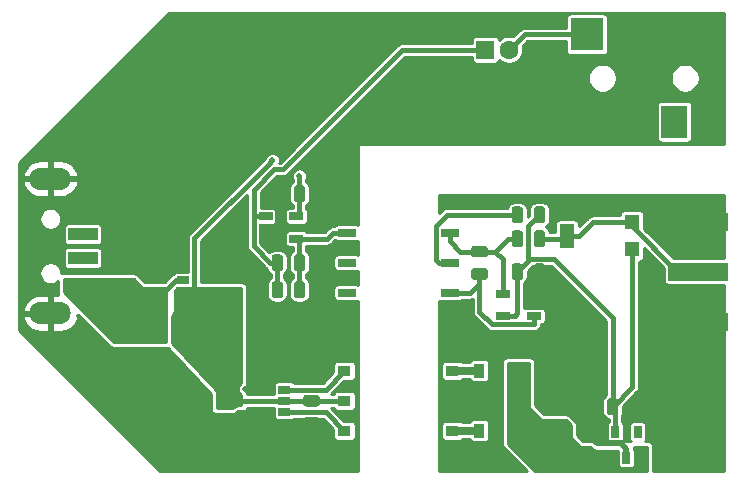
<source format=gbr>
G04 #@! TF.GenerationSoftware,KiCad,Pcbnew,5.1.5*
G04 #@! TF.CreationDate,2020-06-04T17:32:55-05:00*
G04 #@! TF.ProjectId,Receiver,52656365-6976-4657-922e-6b696361645f,rev?*
G04 #@! TF.SameCoordinates,Original*
G04 #@! TF.FileFunction,Copper,L1,Top*
G04 #@! TF.FilePolarity,Positive*
%FSLAX46Y46*%
G04 Gerber Fmt 4.6, Leading zero omitted, Abs format (unit mm)*
G04 Created by KiCad (PCBNEW 5.1.5) date 2020-06-04 17:32:55*
%MOMM*%
%LPD*%
G04 APERTURE LIST*
%ADD10R,1.060000X0.650000*%
%ADD11C,0.100000*%
%ADD12R,1.600000X1.600000*%
%ADD13C,1.600000*%
%ADD14R,0.900000X1.200000*%
%ADD15R,2.500000X1.100000*%
%ADD16O,3.500000X1.900000*%
%ADD17R,5.080000X1.500000*%
%ADD18R,2.200000X2.800000*%
%ADD19R,2.800000X2.800000*%
%ADD20R,1.300000X1.300000*%
%ADD21R,1.300000X2.000000*%
%ADD22R,1.120000X0.960000*%
%ADD23R,1.220000X0.650000*%
%ADD24R,1.550000X0.650000*%
%ADD25R,0.650000X1.060000*%
%ADD26C,0.800000*%
%ADD27C,0.508000*%
%ADD28C,0.381000*%
%ADD29C,0.508000*%
%ADD30C,0.650000*%
%ADD31C,0.254000*%
G04 APERTURE END LIST*
D10*
X146644000Y-117282000D03*
X146644000Y-115382000D03*
X148844000Y-115382000D03*
X148844000Y-116332000D03*
X148844000Y-117282000D03*
G04 #@! TA.AperFunction,SMDPad,CuDef*
D11*
G36*
X135862142Y-106544674D02*
G01*
X135885803Y-106548184D01*
X135909007Y-106553996D01*
X135931529Y-106562054D01*
X135953153Y-106572282D01*
X135973670Y-106584579D01*
X135992883Y-106598829D01*
X136010607Y-106614893D01*
X136026671Y-106632617D01*
X136040921Y-106651830D01*
X136053218Y-106672347D01*
X136063446Y-106693971D01*
X136071504Y-106716493D01*
X136077316Y-106739697D01*
X136080826Y-106763358D01*
X136082000Y-106787250D01*
X136082000Y-107274750D01*
X136080826Y-107298642D01*
X136077316Y-107322303D01*
X136071504Y-107345507D01*
X136063446Y-107368029D01*
X136053218Y-107389653D01*
X136040921Y-107410170D01*
X136026671Y-107429383D01*
X136010607Y-107447107D01*
X135992883Y-107463171D01*
X135973670Y-107477421D01*
X135953153Y-107489718D01*
X135931529Y-107499946D01*
X135909007Y-107508004D01*
X135885803Y-107513816D01*
X135862142Y-107517326D01*
X135838250Y-107518500D01*
X134925750Y-107518500D01*
X134901858Y-107517326D01*
X134878197Y-107513816D01*
X134854993Y-107508004D01*
X134832471Y-107499946D01*
X134810847Y-107489718D01*
X134790330Y-107477421D01*
X134771117Y-107463171D01*
X134753393Y-107447107D01*
X134737329Y-107429383D01*
X134723079Y-107410170D01*
X134710782Y-107389653D01*
X134700554Y-107368029D01*
X134692496Y-107345507D01*
X134686684Y-107322303D01*
X134683174Y-107298642D01*
X134682000Y-107274750D01*
X134682000Y-106787250D01*
X134683174Y-106763358D01*
X134686684Y-106739697D01*
X134692496Y-106716493D01*
X134700554Y-106693971D01*
X134710782Y-106672347D01*
X134723079Y-106651830D01*
X134737329Y-106632617D01*
X134753393Y-106614893D01*
X134771117Y-106598829D01*
X134790330Y-106584579D01*
X134810847Y-106572282D01*
X134832471Y-106562054D01*
X134854993Y-106553996D01*
X134878197Y-106548184D01*
X134901858Y-106544674D01*
X134925750Y-106543500D01*
X135838250Y-106543500D01*
X135862142Y-106544674D01*
G37*
G04 #@! TD.AperFunction*
G04 #@! TA.AperFunction,SMDPad,CuDef*
G36*
X135862142Y-104669674D02*
G01*
X135885803Y-104673184D01*
X135909007Y-104678996D01*
X135931529Y-104687054D01*
X135953153Y-104697282D01*
X135973670Y-104709579D01*
X135992883Y-104723829D01*
X136010607Y-104739893D01*
X136026671Y-104757617D01*
X136040921Y-104776830D01*
X136053218Y-104797347D01*
X136063446Y-104818971D01*
X136071504Y-104841493D01*
X136077316Y-104864697D01*
X136080826Y-104888358D01*
X136082000Y-104912250D01*
X136082000Y-105399750D01*
X136080826Y-105423642D01*
X136077316Y-105447303D01*
X136071504Y-105470507D01*
X136063446Y-105493029D01*
X136053218Y-105514653D01*
X136040921Y-105535170D01*
X136026671Y-105554383D01*
X136010607Y-105572107D01*
X135992883Y-105588171D01*
X135973670Y-105602421D01*
X135953153Y-105614718D01*
X135931529Y-105624946D01*
X135909007Y-105633004D01*
X135885803Y-105638816D01*
X135862142Y-105642326D01*
X135838250Y-105643500D01*
X134925750Y-105643500D01*
X134901858Y-105642326D01*
X134878197Y-105638816D01*
X134854993Y-105633004D01*
X134832471Y-105624946D01*
X134810847Y-105614718D01*
X134790330Y-105602421D01*
X134771117Y-105588171D01*
X134753393Y-105572107D01*
X134737329Y-105554383D01*
X134723079Y-105535170D01*
X134710782Y-105514653D01*
X134700554Y-105493029D01*
X134692496Y-105470507D01*
X134686684Y-105447303D01*
X134683174Y-105423642D01*
X134682000Y-105399750D01*
X134682000Y-104912250D01*
X134683174Y-104888358D01*
X134686684Y-104864697D01*
X134692496Y-104841493D01*
X134700554Y-104818971D01*
X134710782Y-104797347D01*
X134723079Y-104776830D01*
X134737329Y-104757617D01*
X134753393Y-104739893D01*
X134771117Y-104723829D01*
X134790330Y-104709579D01*
X134810847Y-104697282D01*
X134832471Y-104687054D01*
X134854993Y-104678996D01*
X134878197Y-104673184D01*
X134901858Y-104669674D01*
X134925750Y-104668500D01*
X135838250Y-104668500D01*
X135862142Y-104669674D01*
G37*
G04 #@! TD.AperFunction*
G04 #@! TA.AperFunction,SMDPad,CuDef*
G36*
X144498142Y-115845674D02*
G01*
X144521803Y-115849184D01*
X144545007Y-115854996D01*
X144567529Y-115863054D01*
X144589153Y-115873282D01*
X144609670Y-115885579D01*
X144628883Y-115899829D01*
X144646607Y-115915893D01*
X144662671Y-115933617D01*
X144676921Y-115952830D01*
X144689218Y-115973347D01*
X144699446Y-115994971D01*
X144707504Y-116017493D01*
X144713316Y-116040697D01*
X144716826Y-116064358D01*
X144718000Y-116088250D01*
X144718000Y-116575750D01*
X144716826Y-116599642D01*
X144713316Y-116623303D01*
X144707504Y-116646507D01*
X144699446Y-116669029D01*
X144689218Y-116690653D01*
X144676921Y-116711170D01*
X144662671Y-116730383D01*
X144646607Y-116748107D01*
X144628883Y-116764171D01*
X144609670Y-116778421D01*
X144589153Y-116790718D01*
X144567529Y-116800946D01*
X144545007Y-116809004D01*
X144521803Y-116814816D01*
X144498142Y-116818326D01*
X144474250Y-116819500D01*
X143561750Y-116819500D01*
X143537858Y-116818326D01*
X143514197Y-116814816D01*
X143490993Y-116809004D01*
X143468471Y-116800946D01*
X143446847Y-116790718D01*
X143426330Y-116778421D01*
X143407117Y-116764171D01*
X143389393Y-116748107D01*
X143373329Y-116730383D01*
X143359079Y-116711170D01*
X143346782Y-116690653D01*
X143336554Y-116669029D01*
X143328496Y-116646507D01*
X143322684Y-116623303D01*
X143319174Y-116599642D01*
X143318000Y-116575750D01*
X143318000Y-116088250D01*
X143319174Y-116064358D01*
X143322684Y-116040697D01*
X143328496Y-116017493D01*
X143336554Y-115994971D01*
X143346782Y-115973347D01*
X143359079Y-115952830D01*
X143373329Y-115933617D01*
X143389393Y-115915893D01*
X143407117Y-115899829D01*
X143426330Y-115885579D01*
X143446847Y-115873282D01*
X143468471Y-115863054D01*
X143490993Y-115854996D01*
X143514197Y-115849184D01*
X143537858Y-115845674D01*
X143561750Y-115844500D01*
X144474250Y-115844500D01*
X144498142Y-115845674D01*
G37*
G04 #@! TD.AperFunction*
G04 #@! TA.AperFunction,SMDPad,CuDef*
G36*
X144498142Y-117720674D02*
G01*
X144521803Y-117724184D01*
X144545007Y-117729996D01*
X144567529Y-117738054D01*
X144589153Y-117748282D01*
X144609670Y-117760579D01*
X144628883Y-117774829D01*
X144646607Y-117790893D01*
X144662671Y-117808617D01*
X144676921Y-117827830D01*
X144689218Y-117848347D01*
X144699446Y-117869971D01*
X144707504Y-117892493D01*
X144713316Y-117915697D01*
X144716826Y-117939358D01*
X144718000Y-117963250D01*
X144718000Y-118450750D01*
X144716826Y-118474642D01*
X144713316Y-118498303D01*
X144707504Y-118521507D01*
X144699446Y-118544029D01*
X144689218Y-118565653D01*
X144676921Y-118586170D01*
X144662671Y-118605383D01*
X144646607Y-118623107D01*
X144628883Y-118639171D01*
X144609670Y-118653421D01*
X144589153Y-118665718D01*
X144567529Y-118675946D01*
X144545007Y-118684004D01*
X144521803Y-118689816D01*
X144498142Y-118693326D01*
X144474250Y-118694500D01*
X143561750Y-118694500D01*
X143537858Y-118693326D01*
X143514197Y-118689816D01*
X143490993Y-118684004D01*
X143468471Y-118675946D01*
X143446847Y-118665718D01*
X143426330Y-118653421D01*
X143407117Y-118639171D01*
X143389393Y-118623107D01*
X143373329Y-118605383D01*
X143359079Y-118586170D01*
X143346782Y-118565653D01*
X143336554Y-118544029D01*
X143328496Y-118521507D01*
X143322684Y-118498303D01*
X143319174Y-118474642D01*
X143318000Y-118450750D01*
X143318000Y-117963250D01*
X143319174Y-117939358D01*
X143322684Y-117915697D01*
X143328496Y-117892493D01*
X143336554Y-117869971D01*
X143346782Y-117848347D01*
X143359079Y-117827830D01*
X143373329Y-117808617D01*
X143389393Y-117790893D01*
X143407117Y-117774829D01*
X143426330Y-117760579D01*
X143446847Y-117748282D01*
X143468471Y-117738054D01*
X143490993Y-117729996D01*
X143514197Y-117724184D01*
X143537858Y-117720674D01*
X143561750Y-117719500D01*
X144474250Y-117719500D01*
X144498142Y-117720674D01*
G37*
G04 #@! TD.AperFunction*
G04 #@! TA.AperFunction,SMDPad,CuDef*
G36*
X151610142Y-117720674D02*
G01*
X151633803Y-117724184D01*
X151657007Y-117729996D01*
X151679529Y-117738054D01*
X151701153Y-117748282D01*
X151721670Y-117760579D01*
X151740883Y-117774829D01*
X151758607Y-117790893D01*
X151774671Y-117808617D01*
X151788921Y-117827830D01*
X151801218Y-117848347D01*
X151811446Y-117869971D01*
X151819504Y-117892493D01*
X151825316Y-117915697D01*
X151828826Y-117939358D01*
X151830000Y-117963250D01*
X151830000Y-118450750D01*
X151828826Y-118474642D01*
X151825316Y-118498303D01*
X151819504Y-118521507D01*
X151811446Y-118544029D01*
X151801218Y-118565653D01*
X151788921Y-118586170D01*
X151774671Y-118605383D01*
X151758607Y-118623107D01*
X151740883Y-118639171D01*
X151721670Y-118653421D01*
X151701153Y-118665718D01*
X151679529Y-118675946D01*
X151657007Y-118684004D01*
X151633803Y-118689816D01*
X151610142Y-118693326D01*
X151586250Y-118694500D01*
X150673750Y-118694500D01*
X150649858Y-118693326D01*
X150626197Y-118689816D01*
X150602993Y-118684004D01*
X150580471Y-118675946D01*
X150558847Y-118665718D01*
X150538330Y-118653421D01*
X150519117Y-118639171D01*
X150501393Y-118623107D01*
X150485329Y-118605383D01*
X150471079Y-118586170D01*
X150458782Y-118565653D01*
X150448554Y-118544029D01*
X150440496Y-118521507D01*
X150434684Y-118498303D01*
X150431174Y-118474642D01*
X150430000Y-118450750D01*
X150430000Y-117963250D01*
X150431174Y-117939358D01*
X150434684Y-117915697D01*
X150440496Y-117892493D01*
X150448554Y-117869971D01*
X150458782Y-117848347D01*
X150471079Y-117827830D01*
X150485329Y-117808617D01*
X150501393Y-117790893D01*
X150519117Y-117774829D01*
X150538330Y-117760579D01*
X150558847Y-117748282D01*
X150580471Y-117738054D01*
X150602993Y-117729996D01*
X150626197Y-117724184D01*
X150649858Y-117720674D01*
X150673750Y-117719500D01*
X151586250Y-117719500D01*
X151610142Y-117720674D01*
G37*
G04 #@! TD.AperFunction*
G04 #@! TA.AperFunction,SMDPad,CuDef*
G36*
X151610142Y-115845674D02*
G01*
X151633803Y-115849184D01*
X151657007Y-115854996D01*
X151679529Y-115863054D01*
X151701153Y-115873282D01*
X151721670Y-115885579D01*
X151740883Y-115899829D01*
X151758607Y-115915893D01*
X151774671Y-115933617D01*
X151788921Y-115952830D01*
X151801218Y-115973347D01*
X151811446Y-115994971D01*
X151819504Y-116017493D01*
X151825316Y-116040697D01*
X151828826Y-116064358D01*
X151830000Y-116088250D01*
X151830000Y-116575750D01*
X151828826Y-116599642D01*
X151825316Y-116623303D01*
X151819504Y-116646507D01*
X151811446Y-116669029D01*
X151801218Y-116690653D01*
X151788921Y-116711170D01*
X151774671Y-116730383D01*
X151758607Y-116748107D01*
X151740883Y-116764171D01*
X151721670Y-116778421D01*
X151701153Y-116790718D01*
X151679529Y-116800946D01*
X151657007Y-116809004D01*
X151633803Y-116814816D01*
X151610142Y-116818326D01*
X151586250Y-116819500D01*
X150673750Y-116819500D01*
X150649858Y-116818326D01*
X150626197Y-116814816D01*
X150602993Y-116809004D01*
X150580471Y-116800946D01*
X150558847Y-116790718D01*
X150538330Y-116778421D01*
X150519117Y-116764171D01*
X150501393Y-116748107D01*
X150485329Y-116730383D01*
X150471079Y-116711170D01*
X150458782Y-116690653D01*
X150448554Y-116669029D01*
X150440496Y-116646507D01*
X150434684Y-116623303D01*
X150431174Y-116599642D01*
X150430000Y-116575750D01*
X150430000Y-116088250D01*
X150431174Y-116064358D01*
X150434684Y-116040697D01*
X150440496Y-116017493D01*
X150448554Y-115994971D01*
X150458782Y-115973347D01*
X150471079Y-115952830D01*
X150485329Y-115933617D01*
X150501393Y-115915893D01*
X150519117Y-115899829D01*
X150538330Y-115885579D01*
X150558847Y-115873282D01*
X150580471Y-115863054D01*
X150602993Y-115854996D01*
X150626197Y-115849184D01*
X150649858Y-115845674D01*
X150673750Y-115844500D01*
X151586250Y-115844500D01*
X151610142Y-115845674D01*
G37*
G04 #@! TD.AperFunction*
G04 #@! TA.AperFunction,SMDPad,CuDef*
G36*
X172438142Y-118228674D02*
G01*
X172461803Y-118232184D01*
X172485007Y-118237996D01*
X172507529Y-118246054D01*
X172529153Y-118256282D01*
X172549670Y-118268579D01*
X172568883Y-118282829D01*
X172586607Y-118298893D01*
X172602671Y-118316617D01*
X172616921Y-118335830D01*
X172629218Y-118356347D01*
X172639446Y-118377971D01*
X172647504Y-118400493D01*
X172653316Y-118423697D01*
X172656826Y-118447358D01*
X172658000Y-118471250D01*
X172658000Y-118958750D01*
X172656826Y-118982642D01*
X172653316Y-119006303D01*
X172647504Y-119029507D01*
X172639446Y-119052029D01*
X172629218Y-119073653D01*
X172616921Y-119094170D01*
X172602671Y-119113383D01*
X172586607Y-119131107D01*
X172568883Y-119147171D01*
X172549670Y-119161421D01*
X172529153Y-119173718D01*
X172507529Y-119183946D01*
X172485007Y-119192004D01*
X172461803Y-119197816D01*
X172438142Y-119201326D01*
X172414250Y-119202500D01*
X171501750Y-119202500D01*
X171477858Y-119201326D01*
X171454197Y-119197816D01*
X171430993Y-119192004D01*
X171408471Y-119183946D01*
X171386847Y-119173718D01*
X171366330Y-119161421D01*
X171347117Y-119147171D01*
X171329393Y-119131107D01*
X171313329Y-119113383D01*
X171299079Y-119094170D01*
X171286782Y-119073653D01*
X171276554Y-119052029D01*
X171268496Y-119029507D01*
X171262684Y-119006303D01*
X171259174Y-118982642D01*
X171258000Y-118958750D01*
X171258000Y-118471250D01*
X171259174Y-118447358D01*
X171262684Y-118423697D01*
X171268496Y-118400493D01*
X171276554Y-118377971D01*
X171286782Y-118356347D01*
X171299079Y-118335830D01*
X171313329Y-118316617D01*
X171329393Y-118298893D01*
X171347117Y-118282829D01*
X171366330Y-118268579D01*
X171386847Y-118256282D01*
X171408471Y-118246054D01*
X171430993Y-118237996D01*
X171454197Y-118232184D01*
X171477858Y-118228674D01*
X171501750Y-118227500D01*
X172414250Y-118227500D01*
X172438142Y-118228674D01*
G37*
G04 #@! TD.AperFunction*
G04 #@! TA.AperFunction,SMDPad,CuDef*
G36*
X172438142Y-116353674D02*
G01*
X172461803Y-116357184D01*
X172485007Y-116362996D01*
X172507529Y-116371054D01*
X172529153Y-116381282D01*
X172549670Y-116393579D01*
X172568883Y-116407829D01*
X172586607Y-116423893D01*
X172602671Y-116441617D01*
X172616921Y-116460830D01*
X172629218Y-116481347D01*
X172639446Y-116502971D01*
X172647504Y-116525493D01*
X172653316Y-116548697D01*
X172656826Y-116572358D01*
X172658000Y-116596250D01*
X172658000Y-117083750D01*
X172656826Y-117107642D01*
X172653316Y-117131303D01*
X172647504Y-117154507D01*
X172639446Y-117177029D01*
X172629218Y-117198653D01*
X172616921Y-117219170D01*
X172602671Y-117238383D01*
X172586607Y-117256107D01*
X172568883Y-117272171D01*
X172549670Y-117286421D01*
X172529153Y-117298718D01*
X172507529Y-117308946D01*
X172485007Y-117317004D01*
X172461803Y-117322816D01*
X172438142Y-117326326D01*
X172414250Y-117327500D01*
X171501750Y-117327500D01*
X171477858Y-117326326D01*
X171454197Y-117322816D01*
X171430993Y-117317004D01*
X171408471Y-117308946D01*
X171386847Y-117298718D01*
X171366330Y-117286421D01*
X171347117Y-117272171D01*
X171329393Y-117256107D01*
X171313329Y-117238383D01*
X171299079Y-117219170D01*
X171286782Y-117198653D01*
X171276554Y-117177029D01*
X171268496Y-117154507D01*
X171262684Y-117131303D01*
X171259174Y-117107642D01*
X171258000Y-117083750D01*
X171258000Y-116596250D01*
X171259174Y-116572358D01*
X171262684Y-116548697D01*
X171268496Y-116525493D01*
X171276554Y-116502971D01*
X171286782Y-116481347D01*
X171299079Y-116460830D01*
X171313329Y-116441617D01*
X171329393Y-116423893D01*
X171347117Y-116407829D01*
X171366330Y-116393579D01*
X171386847Y-116381282D01*
X171408471Y-116371054D01*
X171430993Y-116362996D01*
X171454197Y-116357184D01*
X171477858Y-116353674D01*
X171501750Y-116352500D01*
X172414250Y-116352500D01*
X172438142Y-116353674D01*
G37*
G04 #@! TD.AperFunction*
G04 #@! TA.AperFunction,SMDPad,CuDef*
G36*
X175232142Y-118893674D02*
G01*
X175255803Y-118897184D01*
X175279007Y-118902996D01*
X175301529Y-118911054D01*
X175323153Y-118921282D01*
X175343670Y-118933579D01*
X175362883Y-118947829D01*
X175380607Y-118963893D01*
X175396671Y-118981617D01*
X175410921Y-119000830D01*
X175423218Y-119021347D01*
X175433446Y-119042971D01*
X175441504Y-119065493D01*
X175447316Y-119088697D01*
X175450826Y-119112358D01*
X175452000Y-119136250D01*
X175452000Y-119623750D01*
X175450826Y-119647642D01*
X175447316Y-119671303D01*
X175441504Y-119694507D01*
X175433446Y-119717029D01*
X175423218Y-119738653D01*
X175410921Y-119759170D01*
X175396671Y-119778383D01*
X175380607Y-119796107D01*
X175362883Y-119812171D01*
X175343670Y-119826421D01*
X175323153Y-119838718D01*
X175301529Y-119848946D01*
X175279007Y-119857004D01*
X175255803Y-119862816D01*
X175232142Y-119866326D01*
X175208250Y-119867500D01*
X174295750Y-119867500D01*
X174271858Y-119866326D01*
X174248197Y-119862816D01*
X174224993Y-119857004D01*
X174202471Y-119848946D01*
X174180847Y-119838718D01*
X174160330Y-119826421D01*
X174141117Y-119812171D01*
X174123393Y-119796107D01*
X174107329Y-119778383D01*
X174093079Y-119759170D01*
X174080782Y-119738653D01*
X174070554Y-119717029D01*
X174062496Y-119694507D01*
X174056684Y-119671303D01*
X174053174Y-119647642D01*
X174052000Y-119623750D01*
X174052000Y-119136250D01*
X174053174Y-119112358D01*
X174056684Y-119088697D01*
X174062496Y-119065493D01*
X174070554Y-119042971D01*
X174080782Y-119021347D01*
X174093079Y-119000830D01*
X174107329Y-118981617D01*
X174123393Y-118963893D01*
X174141117Y-118947829D01*
X174160330Y-118933579D01*
X174180847Y-118921282D01*
X174202471Y-118911054D01*
X174224993Y-118902996D01*
X174248197Y-118897184D01*
X174271858Y-118893674D01*
X174295750Y-118892500D01*
X175208250Y-118892500D01*
X175232142Y-118893674D01*
G37*
G04 #@! TD.AperFunction*
G04 #@! TA.AperFunction,SMDPad,CuDef*
G36*
X175232142Y-120768674D02*
G01*
X175255803Y-120772184D01*
X175279007Y-120777996D01*
X175301529Y-120786054D01*
X175323153Y-120796282D01*
X175343670Y-120808579D01*
X175362883Y-120822829D01*
X175380607Y-120838893D01*
X175396671Y-120856617D01*
X175410921Y-120875830D01*
X175423218Y-120896347D01*
X175433446Y-120917971D01*
X175441504Y-120940493D01*
X175447316Y-120963697D01*
X175450826Y-120987358D01*
X175452000Y-121011250D01*
X175452000Y-121498750D01*
X175450826Y-121522642D01*
X175447316Y-121546303D01*
X175441504Y-121569507D01*
X175433446Y-121592029D01*
X175423218Y-121613653D01*
X175410921Y-121634170D01*
X175396671Y-121653383D01*
X175380607Y-121671107D01*
X175362883Y-121687171D01*
X175343670Y-121701421D01*
X175323153Y-121713718D01*
X175301529Y-121723946D01*
X175279007Y-121732004D01*
X175255803Y-121737816D01*
X175232142Y-121741326D01*
X175208250Y-121742500D01*
X174295750Y-121742500D01*
X174271858Y-121741326D01*
X174248197Y-121737816D01*
X174224993Y-121732004D01*
X174202471Y-121723946D01*
X174180847Y-121713718D01*
X174160330Y-121701421D01*
X174141117Y-121687171D01*
X174123393Y-121671107D01*
X174107329Y-121653383D01*
X174093079Y-121634170D01*
X174080782Y-121613653D01*
X174070554Y-121592029D01*
X174062496Y-121569507D01*
X174056684Y-121546303D01*
X174053174Y-121522642D01*
X174052000Y-121498750D01*
X174052000Y-121011250D01*
X174053174Y-120987358D01*
X174056684Y-120963697D01*
X174062496Y-120940493D01*
X174070554Y-120917971D01*
X174080782Y-120896347D01*
X174093079Y-120875830D01*
X174107329Y-120856617D01*
X174123393Y-120838893D01*
X174141117Y-120822829D01*
X174160330Y-120808579D01*
X174180847Y-120796282D01*
X174202471Y-120786054D01*
X174224993Y-120777996D01*
X174248197Y-120772184D01*
X174271858Y-120768674D01*
X174295750Y-120767500D01*
X175208250Y-120767500D01*
X175232142Y-120768674D01*
G37*
G04 #@! TD.AperFunction*
G04 #@! TA.AperFunction,SMDPad,CuDef*
G36*
X176894642Y-116141174D02*
G01*
X176918303Y-116144684D01*
X176941507Y-116150496D01*
X176964029Y-116158554D01*
X176985653Y-116168782D01*
X177006170Y-116181079D01*
X177025383Y-116195329D01*
X177043107Y-116211393D01*
X177059171Y-116229117D01*
X177073421Y-116248330D01*
X177085718Y-116268847D01*
X177095946Y-116290471D01*
X177104004Y-116312993D01*
X177109816Y-116336197D01*
X177113326Y-116359858D01*
X177114500Y-116383750D01*
X177114500Y-117296250D01*
X177113326Y-117320142D01*
X177109816Y-117343803D01*
X177104004Y-117367007D01*
X177095946Y-117389529D01*
X177085718Y-117411153D01*
X177073421Y-117431670D01*
X177059171Y-117450883D01*
X177043107Y-117468607D01*
X177025383Y-117484671D01*
X177006170Y-117498921D01*
X176985653Y-117511218D01*
X176964029Y-117521446D01*
X176941507Y-117529504D01*
X176918303Y-117535316D01*
X176894642Y-117538826D01*
X176870750Y-117540000D01*
X176383250Y-117540000D01*
X176359358Y-117538826D01*
X176335697Y-117535316D01*
X176312493Y-117529504D01*
X176289971Y-117521446D01*
X176268347Y-117511218D01*
X176247830Y-117498921D01*
X176228617Y-117484671D01*
X176210893Y-117468607D01*
X176194829Y-117450883D01*
X176180579Y-117431670D01*
X176168282Y-117411153D01*
X176158054Y-117389529D01*
X176149996Y-117367007D01*
X176144184Y-117343803D01*
X176140674Y-117320142D01*
X176139500Y-117296250D01*
X176139500Y-116383750D01*
X176140674Y-116359858D01*
X176144184Y-116336197D01*
X176149996Y-116312993D01*
X176158054Y-116290471D01*
X176168282Y-116268847D01*
X176180579Y-116248330D01*
X176194829Y-116229117D01*
X176210893Y-116211393D01*
X176228617Y-116195329D01*
X176247830Y-116181079D01*
X176268347Y-116168782D01*
X176289971Y-116158554D01*
X176312493Y-116150496D01*
X176335697Y-116144684D01*
X176359358Y-116141174D01*
X176383250Y-116140000D01*
X176870750Y-116140000D01*
X176894642Y-116141174D01*
G37*
G04 #@! TD.AperFunction*
G04 #@! TA.AperFunction,SMDPad,CuDef*
G36*
X175019642Y-116141174D02*
G01*
X175043303Y-116144684D01*
X175066507Y-116150496D01*
X175089029Y-116158554D01*
X175110653Y-116168782D01*
X175131170Y-116181079D01*
X175150383Y-116195329D01*
X175168107Y-116211393D01*
X175184171Y-116229117D01*
X175198421Y-116248330D01*
X175210718Y-116268847D01*
X175220946Y-116290471D01*
X175229004Y-116312993D01*
X175234816Y-116336197D01*
X175238326Y-116359858D01*
X175239500Y-116383750D01*
X175239500Y-117296250D01*
X175238326Y-117320142D01*
X175234816Y-117343803D01*
X175229004Y-117367007D01*
X175220946Y-117389529D01*
X175210718Y-117411153D01*
X175198421Y-117431670D01*
X175184171Y-117450883D01*
X175168107Y-117468607D01*
X175150383Y-117484671D01*
X175131170Y-117498921D01*
X175110653Y-117511218D01*
X175089029Y-117521446D01*
X175066507Y-117529504D01*
X175043303Y-117535316D01*
X175019642Y-117538826D01*
X174995750Y-117540000D01*
X174508250Y-117540000D01*
X174484358Y-117538826D01*
X174460697Y-117535316D01*
X174437493Y-117529504D01*
X174414971Y-117521446D01*
X174393347Y-117511218D01*
X174372830Y-117498921D01*
X174353617Y-117484671D01*
X174335893Y-117468607D01*
X174319829Y-117450883D01*
X174305579Y-117431670D01*
X174293282Y-117411153D01*
X174283054Y-117389529D01*
X174274996Y-117367007D01*
X174269184Y-117343803D01*
X174265674Y-117320142D01*
X174264500Y-117296250D01*
X174264500Y-116383750D01*
X174265674Y-116359858D01*
X174269184Y-116336197D01*
X174274996Y-116312993D01*
X174283054Y-116290471D01*
X174293282Y-116268847D01*
X174305579Y-116248330D01*
X174319829Y-116229117D01*
X174335893Y-116211393D01*
X174353617Y-116195329D01*
X174372830Y-116181079D01*
X174393347Y-116168782D01*
X174414971Y-116158554D01*
X174437493Y-116150496D01*
X174460697Y-116144684D01*
X174484358Y-116141174D01*
X174508250Y-116140000D01*
X174995750Y-116140000D01*
X175019642Y-116141174D01*
G37*
G04 #@! TD.AperFunction*
G04 #@! TA.AperFunction,SMDPad,CuDef*
G36*
X168826642Y-104711174D02*
G01*
X168850303Y-104714684D01*
X168873507Y-104720496D01*
X168896029Y-104728554D01*
X168917653Y-104738782D01*
X168938170Y-104751079D01*
X168957383Y-104765329D01*
X168975107Y-104781393D01*
X168991171Y-104799117D01*
X169005421Y-104818330D01*
X169017718Y-104838847D01*
X169027946Y-104860471D01*
X169036004Y-104882993D01*
X169041816Y-104906197D01*
X169045326Y-104929858D01*
X169046500Y-104953750D01*
X169046500Y-105866250D01*
X169045326Y-105890142D01*
X169041816Y-105913803D01*
X169036004Y-105937007D01*
X169027946Y-105959529D01*
X169017718Y-105981153D01*
X169005421Y-106001670D01*
X168991171Y-106020883D01*
X168975107Y-106038607D01*
X168957383Y-106054671D01*
X168938170Y-106068921D01*
X168917653Y-106081218D01*
X168896029Y-106091446D01*
X168873507Y-106099504D01*
X168850303Y-106105316D01*
X168826642Y-106108826D01*
X168802750Y-106110000D01*
X168315250Y-106110000D01*
X168291358Y-106108826D01*
X168267697Y-106105316D01*
X168244493Y-106099504D01*
X168221971Y-106091446D01*
X168200347Y-106081218D01*
X168179830Y-106068921D01*
X168160617Y-106054671D01*
X168142893Y-106038607D01*
X168126829Y-106020883D01*
X168112579Y-106001670D01*
X168100282Y-105981153D01*
X168090054Y-105959529D01*
X168081996Y-105937007D01*
X168076184Y-105913803D01*
X168072674Y-105890142D01*
X168071500Y-105866250D01*
X168071500Y-104953750D01*
X168072674Y-104929858D01*
X168076184Y-104906197D01*
X168081996Y-104882993D01*
X168090054Y-104860471D01*
X168100282Y-104838847D01*
X168112579Y-104818330D01*
X168126829Y-104799117D01*
X168142893Y-104781393D01*
X168160617Y-104765329D01*
X168179830Y-104751079D01*
X168200347Y-104738782D01*
X168221971Y-104728554D01*
X168244493Y-104720496D01*
X168267697Y-104714684D01*
X168291358Y-104711174D01*
X168315250Y-104710000D01*
X168802750Y-104710000D01*
X168826642Y-104711174D01*
G37*
G04 #@! TD.AperFunction*
G04 #@! TA.AperFunction,SMDPad,CuDef*
G36*
X170701642Y-104711174D02*
G01*
X170725303Y-104714684D01*
X170748507Y-104720496D01*
X170771029Y-104728554D01*
X170792653Y-104738782D01*
X170813170Y-104751079D01*
X170832383Y-104765329D01*
X170850107Y-104781393D01*
X170866171Y-104799117D01*
X170880421Y-104818330D01*
X170892718Y-104838847D01*
X170902946Y-104860471D01*
X170911004Y-104882993D01*
X170916816Y-104906197D01*
X170920326Y-104929858D01*
X170921500Y-104953750D01*
X170921500Y-105866250D01*
X170920326Y-105890142D01*
X170916816Y-105913803D01*
X170911004Y-105937007D01*
X170902946Y-105959529D01*
X170892718Y-105981153D01*
X170880421Y-106001670D01*
X170866171Y-106020883D01*
X170850107Y-106038607D01*
X170832383Y-106054671D01*
X170813170Y-106068921D01*
X170792653Y-106081218D01*
X170771029Y-106091446D01*
X170748507Y-106099504D01*
X170725303Y-106105316D01*
X170701642Y-106108826D01*
X170677750Y-106110000D01*
X170190250Y-106110000D01*
X170166358Y-106108826D01*
X170142697Y-106105316D01*
X170119493Y-106099504D01*
X170096971Y-106091446D01*
X170075347Y-106081218D01*
X170054830Y-106068921D01*
X170035617Y-106054671D01*
X170017893Y-106038607D01*
X170001829Y-106020883D01*
X169987579Y-106001670D01*
X169975282Y-105981153D01*
X169965054Y-105959529D01*
X169956996Y-105937007D01*
X169951184Y-105913803D01*
X169947674Y-105890142D01*
X169946500Y-105866250D01*
X169946500Y-104953750D01*
X169947674Y-104929858D01*
X169951184Y-104906197D01*
X169956996Y-104882993D01*
X169965054Y-104860471D01*
X169975282Y-104838847D01*
X169987579Y-104818330D01*
X170001829Y-104799117D01*
X170017893Y-104781393D01*
X170035617Y-104765329D01*
X170054830Y-104751079D01*
X170075347Y-104738782D01*
X170096971Y-104728554D01*
X170119493Y-104720496D01*
X170142697Y-104714684D01*
X170166358Y-104711174D01*
X170190250Y-104710000D01*
X170677750Y-104710000D01*
X170701642Y-104711174D01*
G37*
G04 #@! TD.AperFunction*
G04 #@! TA.AperFunction,SMDPad,CuDef*
G36*
X165834142Y-105099174D02*
G01*
X165857803Y-105102684D01*
X165881007Y-105108496D01*
X165903529Y-105116554D01*
X165925153Y-105126782D01*
X165945670Y-105139079D01*
X165964883Y-105153329D01*
X165982607Y-105169393D01*
X165998671Y-105187117D01*
X166012921Y-105206330D01*
X166025218Y-105226847D01*
X166035446Y-105248471D01*
X166043504Y-105270993D01*
X166049316Y-105294197D01*
X166052826Y-105317858D01*
X166054000Y-105341750D01*
X166054000Y-105829250D01*
X166052826Y-105853142D01*
X166049316Y-105876803D01*
X166043504Y-105900007D01*
X166035446Y-105922529D01*
X166025218Y-105944153D01*
X166012921Y-105964670D01*
X165998671Y-105983883D01*
X165982607Y-106001607D01*
X165964883Y-106017671D01*
X165945670Y-106031921D01*
X165925153Y-106044218D01*
X165903529Y-106054446D01*
X165881007Y-106062504D01*
X165857803Y-106068316D01*
X165834142Y-106071826D01*
X165810250Y-106073000D01*
X164897750Y-106073000D01*
X164873858Y-106071826D01*
X164850197Y-106068316D01*
X164826993Y-106062504D01*
X164804471Y-106054446D01*
X164782847Y-106044218D01*
X164762330Y-106031921D01*
X164743117Y-106017671D01*
X164725393Y-106001607D01*
X164709329Y-105983883D01*
X164695079Y-105964670D01*
X164682782Y-105944153D01*
X164672554Y-105922529D01*
X164664496Y-105900007D01*
X164658684Y-105876803D01*
X164655174Y-105853142D01*
X164654000Y-105829250D01*
X164654000Y-105341750D01*
X164655174Y-105317858D01*
X164658684Y-105294197D01*
X164664496Y-105270993D01*
X164672554Y-105248471D01*
X164682782Y-105226847D01*
X164695079Y-105206330D01*
X164709329Y-105187117D01*
X164725393Y-105169393D01*
X164743117Y-105153329D01*
X164762330Y-105139079D01*
X164782847Y-105126782D01*
X164804471Y-105116554D01*
X164826993Y-105108496D01*
X164850197Y-105102684D01*
X164873858Y-105099174D01*
X164897750Y-105098000D01*
X165810250Y-105098000D01*
X165834142Y-105099174D01*
G37*
G04 #@! TD.AperFunction*
G04 #@! TA.AperFunction,SMDPad,CuDef*
G36*
X165834142Y-103224174D02*
G01*
X165857803Y-103227684D01*
X165881007Y-103233496D01*
X165903529Y-103241554D01*
X165925153Y-103251782D01*
X165945670Y-103264079D01*
X165964883Y-103278329D01*
X165982607Y-103294393D01*
X165998671Y-103312117D01*
X166012921Y-103331330D01*
X166025218Y-103351847D01*
X166035446Y-103373471D01*
X166043504Y-103395993D01*
X166049316Y-103419197D01*
X166052826Y-103442858D01*
X166054000Y-103466750D01*
X166054000Y-103954250D01*
X166052826Y-103978142D01*
X166049316Y-104001803D01*
X166043504Y-104025007D01*
X166035446Y-104047529D01*
X166025218Y-104069153D01*
X166012921Y-104089670D01*
X165998671Y-104108883D01*
X165982607Y-104126607D01*
X165964883Y-104142671D01*
X165945670Y-104156921D01*
X165925153Y-104169218D01*
X165903529Y-104179446D01*
X165881007Y-104187504D01*
X165857803Y-104193316D01*
X165834142Y-104196826D01*
X165810250Y-104198000D01*
X164897750Y-104198000D01*
X164873858Y-104196826D01*
X164850197Y-104193316D01*
X164826993Y-104187504D01*
X164804471Y-104179446D01*
X164782847Y-104169218D01*
X164762330Y-104156921D01*
X164743117Y-104142671D01*
X164725393Y-104126607D01*
X164709329Y-104108883D01*
X164695079Y-104089670D01*
X164682782Y-104069153D01*
X164672554Y-104047529D01*
X164664496Y-104025007D01*
X164658684Y-104001803D01*
X164655174Y-103978142D01*
X164654000Y-103954250D01*
X164654000Y-103466750D01*
X164655174Y-103442858D01*
X164658684Y-103419197D01*
X164664496Y-103395993D01*
X164672554Y-103373471D01*
X164682782Y-103351847D01*
X164695079Y-103331330D01*
X164709329Y-103312117D01*
X164725393Y-103294393D01*
X164743117Y-103278329D01*
X164762330Y-103264079D01*
X164782847Y-103251782D01*
X164804471Y-103241554D01*
X164826993Y-103233496D01*
X164850197Y-103227684D01*
X164873858Y-103224174D01*
X164897750Y-103223000D01*
X165810250Y-103223000D01*
X165834142Y-103224174D01*
G37*
G04 #@! TD.AperFunction*
G04 #@! TA.AperFunction,SMDPad,CuDef*
G36*
X150381642Y-98107174D02*
G01*
X150405303Y-98110684D01*
X150428507Y-98116496D01*
X150451029Y-98124554D01*
X150472653Y-98134782D01*
X150493170Y-98147079D01*
X150512383Y-98161329D01*
X150530107Y-98177393D01*
X150546171Y-98195117D01*
X150560421Y-98214330D01*
X150572718Y-98234847D01*
X150582946Y-98256471D01*
X150591004Y-98278993D01*
X150596816Y-98302197D01*
X150600326Y-98325858D01*
X150601500Y-98349750D01*
X150601500Y-99262250D01*
X150600326Y-99286142D01*
X150596816Y-99309803D01*
X150591004Y-99333007D01*
X150582946Y-99355529D01*
X150572718Y-99377153D01*
X150560421Y-99397670D01*
X150546171Y-99416883D01*
X150530107Y-99434607D01*
X150512383Y-99450671D01*
X150493170Y-99464921D01*
X150472653Y-99477218D01*
X150451029Y-99487446D01*
X150428507Y-99495504D01*
X150405303Y-99501316D01*
X150381642Y-99504826D01*
X150357750Y-99506000D01*
X149870250Y-99506000D01*
X149846358Y-99504826D01*
X149822697Y-99501316D01*
X149799493Y-99495504D01*
X149776971Y-99487446D01*
X149755347Y-99477218D01*
X149734830Y-99464921D01*
X149715617Y-99450671D01*
X149697893Y-99434607D01*
X149681829Y-99416883D01*
X149667579Y-99397670D01*
X149655282Y-99377153D01*
X149645054Y-99355529D01*
X149636996Y-99333007D01*
X149631184Y-99309803D01*
X149627674Y-99286142D01*
X149626500Y-99262250D01*
X149626500Y-98349750D01*
X149627674Y-98325858D01*
X149631184Y-98302197D01*
X149636996Y-98278993D01*
X149645054Y-98256471D01*
X149655282Y-98234847D01*
X149667579Y-98214330D01*
X149681829Y-98195117D01*
X149697893Y-98177393D01*
X149715617Y-98161329D01*
X149734830Y-98147079D01*
X149755347Y-98134782D01*
X149776971Y-98124554D01*
X149799493Y-98116496D01*
X149822697Y-98110684D01*
X149846358Y-98107174D01*
X149870250Y-98106000D01*
X150357750Y-98106000D01*
X150381642Y-98107174D01*
G37*
G04 #@! TD.AperFunction*
G04 #@! TA.AperFunction,SMDPad,CuDef*
G36*
X148506642Y-98107174D02*
G01*
X148530303Y-98110684D01*
X148553507Y-98116496D01*
X148576029Y-98124554D01*
X148597653Y-98134782D01*
X148618170Y-98147079D01*
X148637383Y-98161329D01*
X148655107Y-98177393D01*
X148671171Y-98195117D01*
X148685421Y-98214330D01*
X148697718Y-98234847D01*
X148707946Y-98256471D01*
X148716004Y-98278993D01*
X148721816Y-98302197D01*
X148725326Y-98325858D01*
X148726500Y-98349750D01*
X148726500Y-99262250D01*
X148725326Y-99286142D01*
X148721816Y-99309803D01*
X148716004Y-99333007D01*
X148707946Y-99355529D01*
X148697718Y-99377153D01*
X148685421Y-99397670D01*
X148671171Y-99416883D01*
X148655107Y-99434607D01*
X148637383Y-99450671D01*
X148618170Y-99464921D01*
X148597653Y-99477218D01*
X148576029Y-99487446D01*
X148553507Y-99495504D01*
X148530303Y-99501316D01*
X148506642Y-99504826D01*
X148482750Y-99506000D01*
X147995250Y-99506000D01*
X147971358Y-99504826D01*
X147947697Y-99501316D01*
X147924493Y-99495504D01*
X147901971Y-99487446D01*
X147880347Y-99477218D01*
X147859830Y-99464921D01*
X147840617Y-99450671D01*
X147822893Y-99434607D01*
X147806829Y-99416883D01*
X147792579Y-99397670D01*
X147780282Y-99377153D01*
X147770054Y-99355529D01*
X147761996Y-99333007D01*
X147756184Y-99309803D01*
X147752674Y-99286142D01*
X147751500Y-99262250D01*
X147751500Y-98349750D01*
X147752674Y-98325858D01*
X147756184Y-98302197D01*
X147761996Y-98278993D01*
X147770054Y-98256471D01*
X147780282Y-98234847D01*
X147792579Y-98214330D01*
X147806829Y-98195117D01*
X147822893Y-98177393D01*
X147840617Y-98161329D01*
X147859830Y-98147079D01*
X147880347Y-98134782D01*
X147901971Y-98124554D01*
X147924493Y-98116496D01*
X147947697Y-98110684D01*
X147971358Y-98107174D01*
X147995250Y-98106000D01*
X148482750Y-98106000D01*
X148506642Y-98107174D01*
G37*
G04 #@! TD.AperFunction*
G04 #@! TA.AperFunction,SMDPad,CuDef*
G36*
X150381642Y-106235174D02*
G01*
X150405303Y-106238684D01*
X150428507Y-106244496D01*
X150451029Y-106252554D01*
X150472653Y-106262782D01*
X150493170Y-106275079D01*
X150512383Y-106289329D01*
X150530107Y-106305393D01*
X150546171Y-106323117D01*
X150560421Y-106342330D01*
X150572718Y-106362847D01*
X150582946Y-106384471D01*
X150591004Y-106406993D01*
X150596816Y-106430197D01*
X150600326Y-106453858D01*
X150601500Y-106477750D01*
X150601500Y-107390250D01*
X150600326Y-107414142D01*
X150596816Y-107437803D01*
X150591004Y-107461007D01*
X150582946Y-107483529D01*
X150572718Y-107505153D01*
X150560421Y-107525670D01*
X150546171Y-107544883D01*
X150530107Y-107562607D01*
X150512383Y-107578671D01*
X150493170Y-107592921D01*
X150472653Y-107605218D01*
X150451029Y-107615446D01*
X150428507Y-107623504D01*
X150405303Y-107629316D01*
X150381642Y-107632826D01*
X150357750Y-107634000D01*
X149870250Y-107634000D01*
X149846358Y-107632826D01*
X149822697Y-107629316D01*
X149799493Y-107623504D01*
X149776971Y-107615446D01*
X149755347Y-107605218D01*
X149734830Y-107592921D01*
X149715617Y-107578671D01*
X149697893Y-107562607D01*
X149681829Y-107544883D01*
X149667579Y-107525670D01*
X149655282Y-107505153D01*
X149645054Y-107483529D01*
X149636996Y-107461007D01*
X149631184Y-107437803D01*
X149627674Y-107414142D01*
X149626500Y-107390250D01*
X149626500Y-106477750D01*
X149627674Y-106453858D01*
X149631184Y-106430197D01*
X149636996Y-106406993D01*
X149645054Y-106384471D01*
X149655282Y-106362847D01*
X149667579Y-106342330D01*
X149681829Y-106323117D01*
X149697893Y-106305393D01*
X149715617Y-106289329D01*
X149734830Y-106275079D01*
X149755347Y-106262782D01*
X149776971Y-106252554D01*
X149799493Y-106244496D01*
X149822697Y-106238684D01*
X149846358Y-106235174D01*
X149870250Y-106234000D01*
X150357750Y-106234000D01*
X150381642Y-106235174D01*
G37*
G04 #@! TD.AperFunction*
G04 #@! TA.AperFunction,SMDPad,CuDef*
G36*
X148506642Y-106235174D02*
G01*
X148530303Y-106238684D01*
X148553507Y-106244496D01*
X148576029Y-106252554D01*
X148597653Y-106262782D01*
X148618170Y-106275079D01*
X148637383Y-106289329D01*
X148655107Y-106305393D01*
X148671171Y-106323117D01*
X148685421Y-106342330D01*
X148697718Y-106362847D01*
X148707946Y-106384471D01*
X148716004Y-106406993D01*
X148721816Y-106430197D01*
X148725326Y-106453858D01*
X148726500Y-106477750D01*
X148726500Y-107390250D01*
X148725326Y-107414142D01*
X148721816Y-107437803D01*
X148716004Y-107461007D01*
X148707946Y-107483529D01*
X148697718Y-107505153D01*
X148685421Y-107525670D01*
X148671171Y-107544883D01*
X148655107Y-107562607D01*
X148637383Y-107578671D01*
X148618170Y-107592921D01*
X148597653Y-107605218D01*
X148576029Y-107615446D01*
X148553507Y-107623504D01*
X148530303Y-107629316D01*
X148506642Y-107632826D01*
X148482750Y-107634000D01*
X147995250Y-107634000D01*
X147971358Y-107632826D01*
X147947697Y-107629316D01*
X147924493Y-107623504D01*
X147901971Y-107615446D01*
X147880347Y-107605218D01*
X147859830Y-107592921D01*
X147840617Y-107578671D01*
X147822893Y-107562607D01*
X147806829Y-107544883D01*
X147792579Y-107525670D01*
X147780282Y-107505153D01*
X147770054Y-107483529D01*
X147761996Y-107461007D01*
X147756184Y-107437803D01*
X147752674Y-107414142D01*
X147751500Y-107390250D01*
X147751500Y-106477750D01*
X147752674Y-106453858D01*
X147756184Y-106430197D01*
X147761996Y-106406993D01*
X147770054Y-106384471D01*
X147780282Y-106362847D01*
X147792579Y-106342330D01*
X147806829Y-106323117D01*
X147822893Y-106305393D01*
X147840617Y-106289329D01*
X147859830Y-106275079D01*
X147880347Y-106262782D01*
X147901971Y-106252554D01*
X147924493Y-106244496D01*
X147947697Y-106238684D01*
X147971358Y-106235174D01*
X147995250Y-106234000D01*
X148482750Y-106234000D01*
X148506642Y-106235174D01*
G37*
G04 #@! TD.AperFunction*
D12*
X165862000Y-86614000D03*
D13*
X167862000Y-86614000D03*
D14*
X168654000Y-113792000D03*
X165354000Y-113792000D03*
X165354000Y-118872000D03*
X168654000Y-118872000D03*
D15*
X131782000Y-104236000D03*
X131782000Y-102236000D03*
X131782000Y-106736000D03*
X131782000Y-99736000D03*
D16*
X129032000Y-108936000D03*
X129032000Y-97536000D03*
D17*
X183896000Y-109660000D03*
X183896000Y-101160000D03*
X183896000Y-105410000D03*
D18*
X181864000Y-92710000D03*
X183864000Y-85310000D03*
D19*
X174464000Y-85310000D03*
G04 #@! TA.AperFunction,SMDPad,CuDef*
D11*
G36*
X140064642Y-109537174D02*
G01*
X140088303Y-109540684D01*
X140111507Y-109546496D01*
X140134029Y-109554554D01*
X140155653Y-109564782D01*
X140176170Y-109577079D01*
X140195383Y-109591329D01*
X140213107Y-109607393D01*
X140229171Y-109625117D01*
X140243421Y-109644330D01*
X140255718Y-109664847D01*
X140265946Y-109686471D01*
X140274004Y-109708993D01*
X140279816Y-109732197D01*
X140283326Y-109755858D01*
X140284500Y-109779750D01*
X140284500Y-110692250D01*
X140283326Y-110716142D01*
X140279816Y-110739803D01*
X140274004Y-110763007D01*
X140265946Y-110785529D01*
X140255718Y-110807153D01*
X140243421Y-110827670D01*
X140229171Y-110846883D01*
X140213107Y-110864607D01*
X140195383Y-110880671D01*
X140176170Y-110894921D01*
X140155653Y-110907218D01*
X140134029Y-110917446D01*
X140111507Y-110925504D01*
X140088303Y-110931316D01*
X140064642Y-110934826D01*
X140040750Y-110936000D01*
X139553250Y-110936000D01*
X139529358Y-110934826D01*
X139505697Y-110931316D01*
X139482493Y-110925504D01*
X139459971Y-110917446D01*
X139438347Y-110907218D01*
X139417830Y-110894921D01*
X139398617Y-110880671D01*
X139380893Y-110864607D01*
X139364829Y-110846883D01*
X139350579Y-110827670D01*
X139338282Y-110807153D01*
X139328054Y-110785529D01*
X139319996Y-110763007D01*
X139314184Y-110739803D01*
X139310674Y-110716142D01*
X139309500Y-110692250D01*
X139309500Y-109779750D01*
X139310674Y-109755858D01*
X139314184Y-109732197D01*
X139319996Y-109708993D01*
X139328054Y-109686471D01*
X139338282Y-109664847D01*
X139350579Y-109644330D01*
X139364829Y-109625117D01*
X139380893Y-109607393D01*
X139398617Y-109591329D01*
X139417830Y-109577079D01*
X139438347Y-109564782D01*
X139459971Y-109554554D01*
X139482493Y-109546496D01*
X139505697Y-109540684D01*
X139529358Y-109537174D01*
X139553250Y-109536000D01*
X140040750Y-109536000D01*
X140064642Y-109537174D01*
G37*
G04 #@! TD.AperFunction*
G04 #@! TA.AperFunction,SMDPad,CuDef*
G36*
X138189642Y-109537174D02*
G01*
X138213303Y-109540684D01*
X138236507Y-109546496D01*
X138259029Y-109554554D01*
X138280653Y-109564782D01*
X138301170Y-109577079D01*
X138320383Y-109591329D01*
X138338107Y-109607393D01*
X138354171Y-109625117D01*
X138368421Y-109644330D01*
X138380718Y-109664847D01*
X138390946Y-109686471D01*
X138399004Y-109708993D01*
X138404816Y-109732197D01*
X138408326Y-109755858D01*
X138409500Y-109779750D01*
X138409500Y-110692250D01*
X138408326Y-110716142D01*
X138404816Y-110739803D01*
X138399004Y-110763007D01*
X138390946Y-110785529D01*
X138380718Y-110807153D01*
X138368421Y-110827670D01*
X138354171Y-110846883D01*
X138338107Y-110864607D01*
X138320383Y-110880671D01*
X138301170Y-110894921D01*
X138280653Y-110907218D01*
X138259029Y-110917446D01*
X138236507Y-110925504D01*
X138213303Y-110931316D01*
X138189642Y-110934826D01*
X138165750Y-110936000D01*
X137678250Y-110936000D01*
X137654358Y-110934826D01*
X137630697Y-110931316D01*
X137607493Y-110925504D01*
X137584971Y-110917446D01*
X137563347Y-110907218D01*
X137542830Y-110894921D01*
X137523617Y-110880671D01*
X137505893Y-110864607D01*
X137489829Y-110846883D01*
X137475579Y-110827670D01*
X137463282Y-110807153D01*
X137453054Y-110785529D01*
X137444996Y-110763007D01*
X137439184Y-110739803D01*
X137435674Y-110716142D01*
X137434500Y-110692250D01*
X137434500Y-109779750D01*
X137435674Y-109755858D01*
X137439184Y-109732197D01*
X137444996Y-109708993D01*
X137453054Y-109686471D01*
X137463282Y-109664847D01*
X137475579Y-109644330D01*
X137489829Y-109625117D01*
X137505893Y-109607393D01*
X137523617Y-109591329D01*
X137542830Y-109577079D01*
X137563347Y-109564782D01*
X137584971Y-109554554D01*
X137607493Y-109546496D01*
X137630697Y-109540684D01*
X137654358Y-109537174D01*
X137678250Y-109536000D01*
X138165750Y-109536000D01*
X138189642Y-109537174D01*
G37*
G04 #@! TD.AperFunction*
G04 #@! TA.AperFunction,SMDPad,CuDef*
G36*
X170701642Y-101917174D02*
G01*
X170725303Y-101920684D01*
X170748507Y-101926496D01*
X170771029Y-101934554D01*
X170792653Y-101944782D01*
X170813170Y-101957079D01*
X170832383Y-101971329D01*
X170850107Y-101987393D01*
X170866171Y-102005117D01*
X170880421Y-102024330D01*
X170892718Y-102044847D01*
X170902946Y-102066471D01*
X170911004Y-102088993D01*
X170916816Y-102112197D01*
X170920326Y-102135858D01*
X170921500Y-102159750D01*
X170921500Y-103072250D01*
X170920326Y-103096142D01*
X170916816Y-103119803D01*
X170911004Y-103143007D01*
X170902946Y-103165529D01*
X170892718Y-103187153D01*
X170880421Y-103207670D01*
X170866171Y-103226883D01*
X170850107Y-103244607D01*
X170832383Y-103260671D01*
X170813170Y-103274921D01*
X170792653Y-103287218D01*
X170771029Y-103297446D01*
X170748507Y-103305504D01*
X170725303Y-103311316D01*
X170701642Y-103314826D01*
X170677750Y-103316000D01*
X170190250Y-103316000D01*
X170166358Y-103314826D01*
X170142697Y-103311316D01*
X170119493Y-103305504D01*
X170096971Y-103297446D01*
X170075347Y-103287218D01*
X170054830Y-103274921D01*
X170035617Y-103260671D01*
X170017893Y-103244607D01*
X170001829Y-103226883D01*
X169987579Y-103207670D01*
X169975282Y-103187153D01*
X169965054Y-103165529D01*
X169956996Y-103143007D01*
X169951184Y-103119803D01*
X169947674Y-103096142D01*
X169946500Y-103072250D01*
X169946500Y-102159750D01*
X169947674Y-102135858D01*
X169951184Y-102112197D01*
X169956996Y-102088993D01*
X169965054Y-102066471D01*
X169975282Y-102044847D01*
X169987579Y-102024330D01*
X170001829Y-102005117D01*
X170017893Y-101987393D01*
X170035617Y-101971329D01*
X170054830Y-101957079D01*
X170075347Y-101944782D01*
X170096971Y-101934554D01*
X170119493Y-101926496D01*
X170142697Y-101920684D01*
X170166358Y-101917174D01*
X170190250Y-101916000D01*
X170677750Y-101916000D01*
X170701642Y-101917174D01*
G37*
G04 #@! TD.AperFunction*
G04 #@! TA.AperFunction,SMDPad,CuDef*
G36*
X168826642Y-101917174D02*
G01*
X168850303Y-101920684D01*
X168873507Y-101926496D01*
X168896029Y-101934554D01*
X168917653Y-101944782D01*
X168938170Y-101957079D01*
X168957383Y-101971329D01*
X168975107Y-101987393D01*
X168991171Y-102005117D01*
X169005421Y-102024330D01*
X169017718Y-102044847D01*
X169027946Y-102066471D01*
X169036004Y-102088993D01*
X169041816Y-102112197D01*
X169045326Y-102135858D01*
X169046500Y-102159750D01*
X169046500Y-103072250D01*
X169045326Y-103096142D01*
X169041816Y-103119803D01*
X169036004Y-103143007D01*
X169027946Y-103165529D01*
X169017718Y-103187153D01*
X169005421Y-103207670D01*
X168991171Y-103226883D01*
X168975107Y-103244607D01*
X168957383Y-103260671D01*
X168938170Y-103274921D01*
X168917653Y-103287218D01*
X168896029Y-103297446D01*
X168873507Y-103305504D01*
X168850303Y-103311316D01*
X168826642Y-103314826D01*
X168802750Y-103316000D01*
X168315250Y-103316000D01*
X168291358Y-103314826D01*
X168267697Y-103311316D01*
X168244493Y-103305504D01*
X168221971Y-103297446D01*
X168200347Y-103287218D01*
X168179830Y-103274921D01*
X168160617Y-103260671D01*
X168142893Y-103244607D01*
X168126829Y-103226883D01*
X168112579Y-103207670D01*
X168100282Y-103187153D01*
X168090054Y-103165529D01*
X168081996Y-103143007D01*
X168076184Y-103119803D01*
X168072674Y-103096142D01*
X168071500Y-103072250D01*
X168071500Y-102159750D01*
X168072674Y-102135858D01*
X168076184Y-102112197D01*
X168081996Y-102088993D01*
X168090054Y-102066471D01*
X168100282Y-102044847D01*
X168112579Y-102024330D01*
X168126829Y-102005117D01*
X168142893Y-101987393D01*
X168160617Y-101971329D01*
X168179830Y-101957079D01*
X168200347Y-101944782D01*
X168221971Y-101934554D01*
X168244493Y-101926496D01*
X168267697Y-101920684D01*
X168291358Y-101917174D01*
X168315250Y-101916000D01*
X168802750Y-101916000D01*
X168826642Y-101917174D01*
G37*
G04 #@! TD.AperFunction*
G04 #@! TA.AperFunction,SMDPad,CuDef*
G36*
X170701642Y-99885174D02*
G01*
X170725303Y-99888684D01*
X170748507Y-99894496D01*
X170771029Y-99902554D01*
X170792653Y-99912782D01*
X170813170Y-99925079D01*
X170832383Y-99939329D01*
X170850107Y-99955393D01*
X170866171Y-99973117D01*
X170880421Y-99992330D01*
X170892718Y-100012847D01*
X170902946Y-100034471D01*
X170911004Y-100056993D01*
X170916816Y-100080197D01*
X170920326Y-100103858D01*
X170921500Y-100127750D01*
X170921500Y-101040250D01*
X170920326Y-101064142D01*
X170916816Y-101087803D01*
X170911004Y-101111007D01*
X170902946Y-101133529D01*
X170892718Y-101155153D01*
X170880421Y-101175670D01*
X170866171Y-101194883D01*
X170850107Y-101212607D01*
X170832383Y-101228671D01*
X170813170Y-101242921D01*
X170792653Y-101255218D01*
X170771029Y-101265446D01*
X170748507Y-101273504D01*
X170725303Y-101279316D01*
X170701642Y-101282826D01*
X170677750Y-101284000D01*
X170190250Y-101284000D01*
X170166358Y-101282826D01*
X170142697Y-101279316D01*
X170119493Y-101273504D01*
X170096971Y-101265446D01*
X170075347Y-101255218D01*
X170054830Y-101242921D01*
X170035617Y-101228671D01*
X170017893Y-101212607D01*
X170001829Y-101194883D01*
X169987579Y-101175670D01*
X169975282Y-101155153D01*
X169965054Y-101133529D01*
X169956996Y-101111007D01*
X169951184Y-101087803D01*
X169947674Y-101064142D01*
X169946500Y-101040250D01*
X169946500Y-100127750D01*
X169947674Y-100103858D01*
X169951184Y-100080197D01*
X169956996Y-100056993D01*
X169965054Y-100034471D01*
X169975282Y-100012847D01*
X169987579Y-99992330D01*
X170001829Y-99973117D01*
X170017893Y-99955393D01*
X170035617Y-99939329D01*
X170054830Y-99925079D01*
X170075347Y-99912782D01*
X170096971Y-99902554D01*
X170119493Y-99894496D01*
X170142697Y-99888684D01*
X170166358Y-99885174D01*
X170190250Y-99884000D01*
X170677750Y-99884000D01*
X170701642Y-99885174D01*
G37*
G04 #@! TD.AperFunction*
G04 #@! TA.AperFunction,SMDPad,CuDef*
G36*
X168826642Y-99885174D02*
G01*
X168850303Y-99888684D01*
X168873507Y-99894496D01*
X168896029Y-99902554D01*
X168917653Y-99912782D01*
X168938170Y-99925079D01*
X168957383Y-99939329D01*
X168975107Y-99955393D01*
X168991171Y-99973117D01*
X169005421Y-99992330D01*
X169017718Y-100012847D01*
X169027946Y-100034471D01*
X169036004Y-100056993D01*
X169041816Y-100080197D01*
X169045326Y-100103858D01*
X169046500Y-100127750D01*
X169046500Y-101040250D01*
X169045326Y-101064142D01*
X169041816Y-101087803D01*
X169036004Y-101111007D01*
X169027946Y-101133529D01*
X169017718Y-101155153D01*
X169005421Y-101175670D01*
X168991171Y-101194883D01*
X168975107Y-101212607D01*
X168957383Y-101228671D01*
X168938170Y-101242921D01*
X168917653Y-101255218D01*
X168896029Y-101265446D01*
X168873507Y-101273504D01*
X168850303Y-101279316D01*
X168826642Y-101282826D01*
X168802750Y-101284000D01*
X168315250Y-101284000D01*
X168291358Y-101282826D01*
X168267697Y-101279316D01*
X168244493Y-101273504D01*
X168221971Y-101265446D01*
X168200347Y-101255218D01*
X168179830Y-101242921D01*
X168160617Y-101228671D01*
X168142893Y-101212607D01*
X168126829Y-101194883D01*
X168112579Y-101175670D01*
X168100282Y-101155153D01*
X168090054Y-101133529D01*
X168081996Y-101111007D01*
X168076184Y-101087803D01*
X168072674Y-101064142D01*
X168071500Y-101040250D01*
X168071500Y-100127750D01*
X168072674Y-100103858D01*
X168076184Y-100080197D01*
X168081996Y-100056993D01*
X168090054Y-100034471D01*
X168100282Y-100012847D01*
X168112579Y-99992330D01*
X168126829Y-99973117D01*
X168142893Y-99955393D01*
X168160617Y-99939329D01*
X168179830Y-99925079D01*
X168200347Y-99912782D01*
X168221971Y-99902554D01*
X168244493Y-99894496D01*
X168267697Y-99888684D01*
X168291358Y-99885174D01*
X168315250Y-99884000D01*
X168802750Y-99884000D01*
X168826642Y-99885174D01*
G37*
G04 #@! TD.AperFunction*
G04 #@! TA.AperFunction,SMDPad,CuDef*
G36*
X150381642Y-103949174D02*
G01*
X150405303Y-103952684D01*
X150428507Y-103958496D01*
X150451029Y-103966554D01*
X150472653Y-103976782D01*
X150493170Y-103989079D01*
X150512383Y-104003329D01*
X150530107Y-104019393D01*
X150546171Y-104037117D01*
X150560421Y-104056330D01*
X150572718Y-104076847D01*
X150582946Y-104098471D01*
X150591004Y-104120993D01*
X150596816Y-104144197D01*
X150600326Y-104167858D01*
X150601500Y-104191750D01*
X150601500Y-105104250D01*
X150600326Y-105128142D01*
X150596816Y-105151803D01*
X150591004Y-105175007D01*
X150582946Y-105197529D01*
X150572718Y-105219153D01*
X150560421Y-105239670D01*
X150546171Y-105258883D01*
X150530107Y-105276607D01*
X150512383Y-105292671D01*
X150493170Y-105306921D01*
X150472653Y-105319218D01*
X150451029Y-105329446D01*
X150428507Y-105337504D01*
X150405303Y-105343316D01*
X150381642Y-105346826D01*
X150357750Y-105348000D01*
X149870250Y-105348000D01*
X149846358Y-105346826D01*
X149822697Y-105343316D01*
X149799493Y-105337504D01*
X149776971Y-105329446D01*
X149755347Y-105319218D01*
X149734830Y-105306921D01*
X149715617Y-105292671D01*
X149697893Y-105276607D01*
X149681829Y-105258883D01*
X149667579Y-105239670D01*
X149655282Y-105219153D01*
X149645054Y-105197529D01*
X149636996Y-105175007D01*
X149631184Y-105151803D01*
X149627674Y-105128142D01*
X149626500Y-105104250D01*
X149626500Y-104191750D01*
X149627674Y-104167858D01*
X149631184Y-104144197D01*
X149636996Y-104120993D01*
X149645054Y-104098471D01*
X149655282Y-104076847D01*
X149667579Y-104056330D01*
X149681829Y-104037117D01*
X149697893Y-104019393D01*
X149715617Y-104003329D01*
X149734830Y-103989079D01*
X149755347Y-103976782D01*
X149776971Y-103966554D01*
X149799493Y-103958496D01*
X149822697Y-103952684D01*
X149846358Y-103949174D01*
X149870250Y-103948000D01*
X150357750Y-103948000D01*
X150381642Y-103949174D01*
G37*
G04 #@! TD.AperFunction*
G04 #@! TA.AperFunction,SMDPad,CuDef*
G36*
X148506642Y-103949174D02*
G01*
X148530303Y-103952684D01*
X148553507Y-103958496D01*
X148576029Y-103966554D01*
X148597653Y-103976782D01*
X148618170Y-103989079D01*
X148637383Y-104003329D01*
X148655107Y-104019393D01*
X148671171Y-104037117D01*
X148685421Y-104056330D01*
X148697718Y-104076847D01*
X148707946Y-104098471D01*
X148716004Y-104120993D01*
X148721816Y-104144197D01*
X148725326Y-104167858D01*
X148726500Y-104191750D01*
X148726500Y-105104250D01*
X148725326Y-105128142D01*
X148721816Y-105151803D01*
X148716004Y-105175007D01*
X148707946Y-105197529D01*
X148697718Y-105219153D01*
X148685421Y-105239670D01*
X148671171Y-105258883D01*
X148655107Y-105276607D01*
X148637383Y-105292671D01*
X148618170Y-105306921D01*
X148597653Y-105319218D01*
X148576029Y-105329446D01*
X148553507Y-105337504D01*
X148530303Y-105343316D01*
X148506642Y-105346826D01*
X148482750Y-105348000D01*
X147995250Y-105348000D01*
X147971358Y-105346826D01*
X147947697Y-105343316D01*
X147924493Y-105337504D01*
X147901971Y-105329446D01*
X147880347Y-105319218D01*
X147859830Y-105306921D01*
X147840617Y-105292671D01*
X147822893Y-105276607D01*
X147806829Y-105258883D01*
X147792579Y-105239670D01*
X147780282Y-105219153D01*
X147770054Y-105197529D01*
X147761996Y-105175007D01*
X147756184Y-105151803D01*
X147752674Y-105128142D01*
X147751500Y-105104250D01*
X147751500Y-104191750D01*
X147752674Y-104167858D01*
X147756184Y-104144197D01*
X147761996Y-104120993D01*
X147770054Y-104098471D01*
X147780282Y-104076847D01*
X147792579Y-104056330D01*
X147806829Y-104037117D01*
X147822893Y-104019393D01*
X147840617Y-104003329D01*
X147859830Y-103989079D01*
X147880347Y-103976782D01*
X147901971Y-103966554D01*
X147924493Y-103958496D01*
X147947697Y-103952684D01*
X147971358Y-103949174D01*
X147995250Y-103948000D01*
X148482750Y-103948000D01*
X148506642Y-103949174D01*
G37*
G04 #@! TD.AperFunction*
D20*
X178264000Y-101212000D03*
D21*
X172764000Y-102362000D03*
D20*
X178264000Y-103512000D03*
D22*
X153924000Y-113792000D03*
X153924000Y-116332000D03*
X153924000Y-118872000D03*
X163068000Y-118872000D03*
X163068000Y-116332000D03*
X163068000Y-113792000D03*
D10*
X140292000Y-108011000D03*
X140292000Y-107061000D03*
X140292000Y-106111000D03*
X138092000Y-106111000D03*
X138092000Y-108011000D03*
X138092000Y-107061000D03*
D23*
X169966000Y-109154000D03*
X169966000Y-108204000D03*
X169966000Y-107254000D03*
X167346000Y-107254000D03*
X167346000Y-109154000D03*
D24*
X154146000Y-107188000D03*
X162846000Y-107188000D03*
X154146000Y-104648000D03*
X162846000Y-104648000D03*
X154146000Y-102108000D03*
X162846000Y-102108000D03*
X154146000Y-99568000D03*
X162846000Y-99568000D03*
D23*
X149860000Y-100716000D03*
X149860000Y-102616000D03*
X147240000Y-102616000D03*
X147240000Y-101666000D03*
X147240000Y-100716000D03*
D25*
X176850000Y-121158000D03*
X177800000Y-121158000D03*
X178750000Y-121158000D03*
X178750000Y-118958000D03*
X176850000Y-118958000D03*
D26*
X183896000Y-87376000D03*
D27*
X152654000Y-99568000D03*
X148336000Y-97536000D03*
X151130000Y-119380000D03*
X145542000Y-115316000D03*
X144018000Y-119380000D03*
X150114000Y-97282000D03*
X147820088Y-95966856D03*
X164338000Y-99568000D03*
X164338000Y-116332000D03*
X171958000Y-115570000D03*
X180848000Y-109728000D03*
X180848000Y-101092000D03*
X171450000Y-105410000D03*
D28*
X138734098Y-107061000D02*
X139684098Y-106111000D01*
X139684098Y-106111000D02*
X140292000Y-106111000D01*
X138092000Y-107061000D02*
X138734098Y-107061000D01*
X144018000Y-118207000D02*
X144018000Y-119380000D01*
X151130000Y-118207000D02*
X151130000Y-119380000D01*
X144943000Y-117282000D02*
X144018000Y-118207000D01*
X146644000Y-117282000D02*
X144943000Y-117282000D01*
X146644000Y-115382000D02*
X145608000Y-115382000D01*
X145608000Y-115382000D02*
X145542000Y-115316000D01*
X148231000Y-101666000D02*
X147240000Y-101666000D01*
X148239000Y-99506000D02*
X148240501Y-99507501D01*
X148240501Y-101656499D02*
X148231000Y-101666000D01*
X148240501Y-99507501D02*
X148240501Y-101656499D01*
X148239000Y-98806000D02*
X148239000Y-99506000D01*
X148231000Y-102616000D02*
X147240000Y-102616000D01*
X148240501Y-102606499D02*
X148231000Y-102616000D01*
X148240501Y-101656499D02*
X148240501Y-102606499D01*
X183864000Y-85310000D02*
X183864000Y-87344000D01*
X183864000Y-87344000D02*
X183896000Y-87376000D01*
X148239000Y-97633000D02*
X148336000Y-97536000D01*
X148239000Y-98806000D02*
X148239000Y-97633000D01*
X154146000Y-99568000D02*
X152654000Y-99568000D01*
X152654000Y-99568000D02*
X152654000Y-99568000D01*
X148336000Y-97536000D02*
X148336000Y-97536000D01*
X151130000Y-119380000D02*
X151130000Y-119380000D01*
X145542000Y-115316000D02*
X145542000Y-115316000D01*
X144018000Y-119380000D02*
X144018000Y-119380000D01*
X153924000Y-116332000D02*
X144018000Y-116332000D01*
X150114000Y-100462000D02*
X149860000Y-100716000D01*
X150114000Y-98806000D02*
X150114000Y-100462000D01*
X150114000Y-97282000D02*
X150114000Y-97282000D01*
X140292000Y-107061000D02*
X141203000Y-107061000D01*
X141212501Y-107051499D02*
X141212501Y-102574443D01*
X141212501Y-102574443D02*
X147420089Y-96366855D01*
X141203000Y-107061000D02*
X141212501Y-107051499D01*
X147420089Y-96366855D02*
X147820088Y-95966856D01*
X150114000Y-97282000D02*
X150114000Y-98806000D01*
X147820088Y-95966856D02*
X147820088Y-95966856D01*
X176859501Y-122078501D02*
X178740499Y-122078501D01*
X176850000Y-122069000D02*
X176859501Y-122078501D01*
X178750000Y-122069000D02*
X178750000Y-121158000D01*
X178740499Y-122078501D02*
X178750000Y-122069000D01*
X176850000Y-121158000D02*
X176850000Y-122069000D01*
X163068000Y-116332000D02*
X164338000Y-116332000D01*
X171958000Y-115570000D02*
X171958000Y-115570000D01*
D29*
X175237527Y-119865527D02*
X174752000Y-119380000D01*
X177306203Y-119942001D02*
X175314001Y-119942001D01*
X177800000Y-120435798D02*
X177306203Y-119942001D01*
X175314001Y-119942001D02*
X175237527Y-119865527D01*
X177800000Y-121158000D02*
X177800000Y-120435798D01*
X174752000Y-119380000D02*
X174752000Y-116840000D01*
X174752000Y-116840000D02*
X171958000Y-116840000D01*
D28*
X183896000Y-101160000D02*
X180916000Y-101160000D01*
X180916000Y-101160000D02*
X180848000Y-101092000D01*
X183896000Y-109660000D02*
X180916000Y-109660000D01*
X180916000Y-109660000D02*
X180848000Y-109728000D01*
X162846000Y-99568000D02*
X164338000Y-99568000D01*
X170434000Y-105410000D02*
X171450000Y-105410000D01*
X170434000Y-107736000D02*
X170434000Y-105410000D01*
X169966000Y-108204000D02*
X170434000Y-107736000D01*
X164338000Y-99568000D02*
X164338000Y-99568000D01*
X164338000Y-116332000D02*
X164338000Y-116332000D01*
X171958000Y-115570000D02*
X171958000Y-116840000D01*
X180848000Y-109728000D02*
X180848000Y-109728000D01*
X180848000Y-101092000D02*
X180848000Y-101092000D01*
X171450000Y-105410000D02*
X171450000Y-105410000D01*
X178264000Y-115203000D02*
X176627000Y-116840000D01*
X178264000Y-103512000D02*
X178264000Y-115203000D01*
X176850000Y-117063000D02*
X176627000Y-116840000D01*
X176850000Y-118958000D02*
X176850000Y-117063000D01*
X168337000Y-109154000D02*
X167346000Y-109154000D01*
X168559000Y-108932000D02*
X168337000Y-109154000D01*
X168559000Y-105410000D02*
X168559000Y-108932000D01*
X168559000Y-105410000D02*
X169494200Y-104474800D01*
X169494200Y-101523800D02*
X170434000Y-100584000D01*
X169494200Y-104474800D02*
X169494200Y-101523800D01*
X169649510Y-104319490D02*
X171629490Y-104319490D01*
X168559000Y-105410000D02*
X169649510Y-104319490D01*
X176627000Y-109317000D02*
X176627000Y-116840000D01*
X171629490Y-104319490D02*
X176627000Y-109317000D01*
X165354000Y-106073000D02*
X165354000Y-105585500D01*
X166423599Y-109869501D02*
X165354000Y-108799902D01*
X169956499Y-109869501D02*
X166423599Y-109869501D01*
X169966000Y-109860000D02*
X169956499Y-109869501D01*
X169966000Y-109154000D02*
X169966000Y-109860000D01*
X162846000Y-107188000D02*
X164592000Y-107188000D01*
X165354000Y-108799902D02*
X165354000Y-106426000D01*
X164592000Y-107188000D02*
X165354000Y-106426000D01*
X165354000Y-106426000D02*
X165354000Y-106073000D01*
X162846000Y-102108000D02*
X162846000Y-102814000D01*
X163742500Y-103710500D02*
X165100000Y-103710500D01*
X162846000Y-102814000D02*
X163742500Y-103710500D01*
X168559000Y-102616000D02*
X167797000Y-102616000D01*
X166702500Y-103710500D02*
X165100000Y-103710500D01*
X167797000Y-102616000D02*
X166702500Y-103710500D01*
X167346000Y-104354000D02*
X167346000Y-107254000D01*
X166702500Y-103710500D02*
X167346000Y-104354000D01*
X152990000Y-102108000D02*
X152482000Y-102616000D01*
X154146000Y-102108000D02*
X152990000Y-102108000D01*
X152482000Y-102616000D02*
X149860000Y-102616000D01*
X150114000Y-102870000D02*
X149860000Y-102616000D01*
X150114000Y-106934000D02*
X150114000Y-102870000D01*
X146239499Y-100725501D02*
X146239499Y-103253401D01*
X146249000Y-100716000D02*
X146239499Y-100725501D01*
X147751500Y-104648000D02*
X148239000Y-104648000D01*
X147634098Y-104648000D02*
X147751500Y-104648000D01*
X146239499Y-103253401D02*
X147634098Y-104648000D01*
X147240000Y-100716000D02*
X146249000Y-100716000D01*
X148239000Y-104648000D02*
X148239000Y-106934000D01*
X146249000Y-98453056D02*
X147956558Y-96745498D01*
X146249000Y-100716000D02*
X146249000Y-98453056D01*
X158834020Y-86614000D02*
X164681000Y-86614000D01*
X147956558Y-96745498D02*
X148702522Y-96745498D01*
X164681000Y-86614000D02*
X165862000Y-86614000D01*
X148702522Y-96745498D02*
X158834020Y-86614000D01*
X169166000Y-85310000D02*
X174464000Y-85310000D01*
X167862000Y-86614000D02*
X169166000Y-85310000D01*
D30*
X163068000Y-113792000D02*
X165354000Y-113792000D01*
X163068000Y-118872000D02*
X165354000Y-118872000D01*
D28*
X178264000Y-101568000D02*
X178264000Y-101212000D01*
X182106000Y-105410000D02*
X178264000Y-101568000D01*
X183896000Y-105410000D02*
X182106000Y-105410000D01*
X174945000Y-101212000D02*
X178264000Y-101212000D01*
X172764000Y-102362000D02*
X173795000Y-102362000D01*
X173795000Y-102362000D02*
X174945000Y-101212000D01*
X172510000Y-102616000D02*
X172764000Y-102362000D01*
X170434000Y-102616000D02*
X172510000Y-102616000D01*
X168071500Y-100584000D02*
X168559000Y-100584000D01*
X161893200Y-104648000D02*
X161645600Y-104400400D01*
X161645600Y-104400400D02*
X161645600Y-101505498D01*
X162846000Y-104648000D02*
X161893200Y-104648000D01*
X161645600Y-101505498D02*
X162567098Y-100584000D01*
X162567098Y-100584000D02*
X168071500Y-100584000D01*
X148844000Y-115382000D02*
X152334000Y-115382000D01*
X152334000Y-115382000D02*
X153924000Y-113792000D01*
X148844000Y-117282000D02*
X152334000Y-117282000D01*
X152334000Y-117282000D02*
X153924000Y-118872000D01*
D31*
G36*
X136816197Y-106769803D02*
G01*
X136835443Y-106785597D01*
X136857399Y-106797333D01*
X136881224Y-106804560D01*
X136906000Y-106807000D01*
X137472519Y-106807000D01*
X137487311Y-106811487D01*
X137562000Y-106818843D01*
X138622000Y-106818843D01*
X138696689Y-106811487D01*
X138711481Y-106807000D01*
X138811000Y-106807000D01*
X138811000Y-111379000D01*
X134418606Y-111379000D01*
X130175000Y-107135394D01*
X130175000Y-106045000D01*
X136091394Y-106045000D01*
X136816197Y-106769803D01*
G37*
X136816197Y-106769803D02*
X136835443Y-106785597D01*
X136857399Y-106797333D01*
X136881224Y-106804560D01*
X136906000Y-106807000D01*
X137472519Y-106807000D01*
X137487311Y-106811487D01*
X137562000Y-106818843D01*
X138622000Y-106818843D01*
X138696689Y-106811487D01*
X138711481Y-106807000D01*
X138811000Y-106807000D01*
X138811000Y-111379000D01*
X134418606Y-111379000D01*
X130175000Y-107135394D01*
X130175000Y-106045000D01*
X136091394Y-106045000D01*
X136816197Y-106769803D01*
G36*
X186030001Y-94615000D02*
G01*
X155194000Y-94615000D01*
X155169224Y-94617440D01*
X155145399Y-94624667D01*
X155123443Y-94636403D01*
X155104197Y-94652197D01*
X155088403Y-94671443D01*
X155076667Y-94693399D01*
X155069440Y-94717224D01*
X155067000Y-94742000D01*
X155067000Y-101429145D01*
X154995689Y-101407513D01*
X154921000Y-101400157D01*
X153371000Y-101400157D01*
X153296311Y-101407513D01*
X153224492Y-101429299D01*
X153158304Y-101464678D01*
X153100289Y-101512289D01*
X153080420Y-101536500D01*
X153018071Y-101536500D01*
X152989999Y-101533735D01*
X152961927Y-101536500D01*
X152961926Y-101536500D01*
X152877966Y-101544769D01*
X152770238Y-101577448D01*
X152670955Y-101630516D01*
X152583933Y-101701933D01*
X152566034Y-101723743D01*
X152245278Y-102044500D01*
X150760580Y-102044500D01*
X150740711Y-102020289D01*
X150682696Y-101972678D01*
X150616508Y-101937299D01*
X150544689Y-101915513D01*
X150470000Y-101908157D01*
X149250000Y-101908157D01*
X149175311Y-101915513D01*
X149103492Y-101937299D01*
X149037304Y-101972678D01*
X148979289Y-102020289D01*
X148931678Y-102078304D01*
X148896299Y-102144492D01*
X148874513Y-102216311D01*
X148867157Y-102291000D01*
X148867157Y-102941000D01*
X148874513Y-103015689D01*
X148896299Y-103087508D01*
X148931678Y-103153696D01*
X148979289Y-103211711D01*
X149037304Y-103259322D01*
X149103492Y-103294701D01*
X149175311Y-103316487D01*
X149250000Y-103323843D01*
X149542501Y-103323843D01*
X149542501Y-103659871D01*
X149522134Y-103670757D01*
X149427182Y-103748682D01*
X149349257Y-103843634D01*
X149291354Y-103951963D01*
X149255697Y-104069508D01*
X149243657Y-104191750D01*
X149243657Y-105104250D01*
X149255697Y-105226492D01*
X149291354Y-105344037D01*
X149349257Y-105452366D01*
X149427182Y-105547318D01*
X149522134Y-105625243D01*
X149542500Y-105636129D01*
X149542500Y-105945871D01*
X149522134Y-105956757D01*
X149427182Y-106034682D01*
X149349257Y-106129634D01*
X149291354Y-106237963D01*
X149255697Y-106355508D01*
X149243657Y-106477750D01*
X149243657Y-107390250D01*
X149255697Y-107512492D01*
X149291354Y-107630037D01*
X149349257Y-107738366D01*
X149427182Y-107833318D01*
X149522134Y-107911243D01*
X149630463Y-107969146D01*
X149748008Y-108004803D01*
X149870250Y-108016843D01*
X150357750Y-108016843D01*
X150479992Y-108004803D01*
X150597537Y-107969146D01*
X150705866Y-107911243D01*
X150800818Y-107833318D01*
X150878743Y-107738366D01*
X150936646Y-107630037D01*
X150972303Y-107512492D01*
X150984343Y-107390250D01*
X150984343Y-106477750D01*
X150972303Y-106355508D01*
X150936646Y-106237963D01*
X150878743Y-106129634D01*
X150800818Y-106034682D01*
X150705866Y-105956757D01*
X150685500Y-105945871D01*
X150685500Y-105636129D01*
X150705866Y-105625243D01*
X150800818Y-105547318D01*
X150878743Y-105452366D01*
X150936646Y-105344037D01*
X150972303Y-105226492D01*
X150984343Y-105104250D01*
X150984343Y-104191750D01*
X150972303Y-104069508D01*
X150936646Y-103951963D01*
X150878743Y-103843634D01*
X150800818Y-103748682D01*
X150705866Y-103670757D01*
X150685500Y-103659871D01*
X150685500Y-103257021D01*
X150740711Y-103211711D01*
X150760580Y-103187500D01*
X152453926Y-103187500D01*
X152482000Y-103190265D01*
X152510074Y-103187500D01*
X152594034Y-103179231D01*
X152701762Y-103146552D01*
X152801045Y-103093484D01*
X152888067Y-103022067D01*
X152905970Y-103000252D01*
X153156435Y-102749788D01*
X153158304Y-102751322D01*
X153224492Y-102786701D01*
X153296311Y-102808487D01*
X153371000Y-102815843D01*
X154921000Y-102815843D01*
X154995689Y-102808487D01*
X155067000Y-102786855D01*
X155067000Y-103969145D01*
X154995689Y-103947513D01*
X154921000Y-103940157D01*
X153371000Y-103940157D01*
X153296311Y-103947513D01*
X153224492Y-103969299D01*
X153158304Y-104004678D01*
X153100289Y-104052289D01*
X153052678Y-104110304D01*
X153017299Y-104176492D01*
X152995513Y-104248311D01*
X152988157Y-104323000D01*
X152988157Y-104973000D01*
X152995513Y-105047689D01*
X153017299Y-105119508D01*
X153052678Y-105185696D01*
X153100289Y-105243711D01*
X153158304Y-105291322D01*
X153224492Y-105326701D01*
X153296311Y-105348487D01*
X153371000Y-105355843D01*
X154921000Y-105355843D01*
X154995689Y-105348487D01*
X155067000Y-105326855D01*
X155067000Y-106509145D01*
X154995689Y-106487513D01*
X154921000Y-106480157D01*
X153371000Y-106480157D01*
X153296311Y-106487513D01*
X153224492Y-106509299D01*
X153158304Y-106544678D01*
X153100289Y-106592289D01*
X153052678Y-106650304D01*
X153017299Y-106716492D01*
X152995513Y-106788311D01*
X152988157Y-106863000D01*
X152988157Y-107513000D01*
X152995513Y-107587689D01*
X153017299Y-107659508D01*
X153052678Y-107725696D01*
X153100289Y-107783711D01*
X153158304Y-107831322D01*
X153224492Y-107866701D01*
X153296311Y-107888487D01*
X153371000Y-107895843D01*
X154921000Y-107895843D01*
X154995689Y-107888487D01*
X155067000Y-107866855D01*
X155067000Y-122276000D01*
X138344170Y-122276000D01*
X126390000Y-110321831D01*
X126390000Y-109308588D01*
X126691414Y-109308588D01*
X126719051Y-109425221D01*
X126843564Y-109710983D01*
X127021434Y-109966962D01*
X127245825Y-110183322D01*
X127508114Y-110351748D01*
X127798222Y-110465768D01*
X128105000Y-110521000D01*
X128905000Y-110521000D01*
X128905000Y-109063000D01*
X126811416Y-109063000D01*
X126691414Y-109308588D01*
X126390000Y-109308588D01*
X126390000Y-108563412D01*
X126691414Y-108563412D01*
X126811416Y-108809000D01*
X128905000Y-108809000D01*
X128905000Y-107351000D01*
X128105000Y-107351000D01*
X127798222Y-107406232D01*
X127508114Y-107520252D01*
X127245825Y-107688678D01*
X127021434Y-107905038D01*
X126843564Y-108161017D01*
X126719051Y-108446779D01*
X126691414Y-108563412D01*
X126390000Y-108563412D01*
X126390000Y-105444304D01*
X128101000Y-105444304D01*
X128101000Y-105627696D01*
X128136778Y-105807563D01*
X128206958Y-105976994D01*
X128308845Y-106129478D01*
X128438522Y-106259155D01*
X128591006Y-106361042D01*
X128760437Y-106431222D01*
X128940304Y-106467000D01*
X129123696Y-106467000D01*
X129303563Y-106431222D01*
X129472994Y-106361042D01*
X129625478Y-106259155D01*
X129667000Y-106217633D01*
X129667000Y-107188000D01*
X129674321Y-107262329D01*
X129696002Y-107333802D01*
X129705194Y-107351000D01*
X129159000Y-107351000D01*
X129159000Y-108809000D01*
X129179000Y-108809000D01*
X129179000Y-109063000D01*
X129159000Y-109063000D01*
X129159000Y-110521000D01*
X129959000Y-110521000D01*
X130265778Y-110465768D01*
X130555886Y-110351748D01*
X130818175Y-110183322D01*
X131042566Y-109966962D01*
X131220436Y-109710983D01*
X131344949Y-109425221D01*
X131372586Y-109308588D01*
X131252585Y-109063002D01*
X131384186Y-109063002D01*
X134096592Y-111775408D01*
X134154328Y-111822790D01*
X134220198Y-111857998D01*
X134291671Y-111879679D01*
X134366000Y-111887000D01*
X138938000Y-111887000D01*
X139012329Y-111879679D01*
X139018359Y-111877850D01*
X142621000Y-115720666D01*
X142621000Y-117094000D01*
X142628321Y-117168329D01*
X142650002Y-117239802D01*
X142685210Y-117305672D01*
X142732592Y-117363408D01*
X142790328Y-117410790D01*
X142856198Y-117445998D01*
X142927671Y-117467679D01*
X143002000Y-117475000D01*
X145288000Y-117475000D01*
X145362329Y-117467679D01*
X145433802Y-117445998D01*
X145499672Y-117410790D01*
X145557408Y-117363408D01*
X145604790Y-117305672D01*
X145639998Y-117239802D01*
X145661679Y-117168329D01*
X145669000Y-117094000D01*
X145669000Y-116903500D01*
X147936426Y-116903500D01*
X147931157Y-116957000D01*
X147931157Y-117607000D01*
X147938513Y-117681689D01*
X147960299Y-117753508D01*
X147995678Y-117819696D01*
X148043289Y-117877711D01*
X148101304Y-117925322D01*
X148167492Y-117960701D01*
X148239311Y-117982487D01*
X148314000Y-117989843D01*
X149374000Y-117989843D01*
X149448689Y-117982487D01*
X149520508Y-117960701D01*
X149586696Y-117925322D01*
X149644711Y-117877711D01*
X149664580Y-117853500D01*
X152097278Y-117853500D01*
X152981157Y-118737380D01*
X152981157Y-119352000D01*
X152988513Y-119426689D01*
X153010299Y-119498508D01*
X153045678Y-119564696D01*
X153093289Y-119622711D01*
X153151304Y-119670322D01*
X153217492Y-119705701D01*
X153289311Y-119727487D01*
X153364000Y-119734843D01*
X154484000Y-119734843D01*
X154558689Y-119727487D01*
X154630508Y-119705701D01*
X154696696Y-119670322D01*
X154754711Y-119622711D01*
X154802322Y-119564696D01*
X154837701Y-119498508D01*
X154859487Y-119426689D01*
X154866843Y-119352000D01*
X154866843Y-118392000D01*
X154859487Y-118317311D01*
X154837701Y-118245492D01*
X154802322Y-118179304D01*
X154754711Y-118121289D01*
X154696696Y-118073678D01*
X154630508Y-118038299D01*
X154558689Y-118016513D01*
X154484000Y-118009157D01*
X153869380Y-118009157D01*
X152763722Y-116903500D01*
X152993613Y-116903500D01*
X153010299Y-116958508D01*
X153045678Y-117024696D01*
X153093289Y-117082711D01*
X153151304Y-117130322D01*
X153217492Y-117165701D01*
X153289311Y-117187487D01*
X153364000Y-117194843D01*
X154484000Y-117194843D01*
X154558689Y-117187487D01*
X154630508Y-117165701D01*
X154696696Y-117130322D01*
X154754711Y-117082711D01*
X154802322Y-117024696D01*
X154837701Y-116958508D01*
X154859487Y-116886689D01*
X154866843Y-116812000D01*
X154866843Y-115852000D01*
X154859487Y-115777311D01*
X154837701Y-115705492D01*
X154802322Y-115639304D01*
X154754711Y-115581289D01*
X154696696Y-115533678D01*
X154630508Y-115498299D01*
X154558689Y-115476513D01*
X154484000Y-115469157D01*
X153364000Y-115469157D01*
X153289311Y-115476513D01*
X153217492Y-115498299D01*
X153151304Y-115533678D01*
X153093289Y-115581289D01*
X153045678Y-115639304D01*
X153010299Y-115705492D01*
X152993613Y-115760500D01*
X152763722Y-115760500D01*
X153869380Y-114654843D01*
X154484000Y-114654843D01*
X154558689Y-114647487D01*
X154630508Y-114625701D01*
X154696696Y-114590322D01*
X154754711Y-114542711D01*
X154802322Y-114484696D01*
X154837701Y-114418508D01*
X154859487Y-114346689D01*
X154866843Y-114272000D01*
X154866843Y-113312000D01*
X154859487Y-113237311D01*
X154837701Y-113165492D01*
X154802322Y-113099304D01*
X154754711Y-113041289D01*
X154696696Y-112993678D01*
X154630508Y-112958299D01*
X154558689Y-112936513D01*
X154484000Y-112929157D01*
X153364000Y-112929157D01*
X153289311Y-112936513D01*
X153217492Y-112958299D01*
X153151304Y-112993678D01*
X153093289Y-113041289D01*
X153045678Y-113099304D01*
X153010299Y-113165492D01*
X152988513Y-113237311D01*
X152981157Y-113312000D01*
X152981157Y-113926620D01*
X152097278Y-114810500D01*
X149664580Y-114810500D01*
X149644711Y-114786289D01*
X149586696Y-114738678D01*
X149520508Y-114703299D01*
X149448689Y-114681513D01*
X149374000Y-114674157D01*
X148314000Y-114674157D01*
X148239311Y-114681513D01*
X148167492Y-114703299D01*
X148101304Y-114738678D01*
X148043289Y-114786289D01*
X147995678Y-114844304D01*
X147960299Y-114910492D01*
X147938513Y-114982311D01*
X147931157Y-115057000D01*
X147931157Y-115707000D01*
X147936426Y-115760500D01*
X145669000Y-115760500D01*
X145669000Y-106680000D01*
X145661679Y-106605671D01*
X145639998Y-106534198D01*
X145604790Y-106468328D01*
X145557408Y-106410592D01*
X145499672Y-106363210D01*
X145433802Y-106328002D01*
X145362329Y-106306321D01*
X145288000Y-106299000D01*
X141784001Y-106299000D01*
X141784001Y-102811165D01*
X145677501Y-98917666D01*
X145677500Y-100609406D01*
X145676268Y-100613468D01*
X145665234Y-100725501D01*
X145667999Y-100753575D01*
X145668000Y-103225317D01*
X145665234Y-103253401D01*
X145676268Y-103365434D01*
X145708947Y-103473162D01*
X145762015Y-103572445D01*
X145765915Y-103577197D01*
X145833433Y-103659468D01*
X145855243Y-103677367D01*
X147210132Y-105032257D01*
X147228031Y-105054067D01*
X147289267Y-105104322D01*
X147315053Y-105125484D01*
X147373843Y-105156908D01*
X147380697Y-105226492D01*
X147416354Y-105344037D01*
X147474257Y-105452366D01*
X147552182Y-105547318D01*
X147647134Y-105625243D01*
X147667500Y-105636129D01*
X147667501Y-105945871D01*
X147647134Y-105956757D01*
X147552182Y-106034682D01*
X147474257Y-106129634D01*
X147416354Y-106237963D01*
X147380697Y-106355508D01*
X147368657Y-106477750D01*
X147368657Y-107390250D01*
X147380697Y-107512492D01*
X147416354Y-107630037D01*
X147474257Y-107738366D01*
X147552182Y-107833318D01*
X147647134Y-107911243D01*
X147755463Y-107969146D01*
X147873008Y-108004803D01*
X147995250Y-108016843D01*
X148482750Y-108016843D01*
X148604992Y-108004803D01*
X148722537Y-107969146D01*
X148830866Y-107911243D01*
X148925818Y-107833318D01*
X149003743Y-107738366D01*
X149061646Y-107630037D01*
X149097303Y-107512492D01*
X149109343Y-107390250D01*
X149109343Y-106477750D01*
X149097303Y-106355508D01*
X149061646Y-106237963D01*
X149003743Y-106129634D01*
X148925818Y-106034682D01*
X148830866Y-105956757D01*
X148810500Y-105945871D01*
X148810500Y-105636129D01*
X148830866Y-105625243D01*
X148925818Y-105547318D01*
X149003743Y-105452366D01*
X149061646Y-105344037D01*
X149097303Y-105226492D01*
X149109343Y-105104250D01*
X149109343Y-104191750D01*
X149097303Y-104069508D01*
X149061646Y-103951963D01*
X149003743Y-103843634D01*
X148925818Y-103748682D01*
X148830866Y-103670757D01*
X148722537Y-103612854D01*
X148604992Y-103577197D01*
X148482750Y-103565157D01*
X147995250Y-103565157D01*
X147873008Y-103577197D01*
X147755463Y-103612854D01*
X147647134Y-103670757D01*
X147552182Y-103748682D01*
X147548044Y-103753724D01*
X146810999Y-103016679D01*
X146810999Y-101423843D01*
X147850000Y-101423843D01*
X147924689Y-101416487D01*
X147996508Y-101394701D01*
X148062696Y-101359322D01*
X148120711Y-101311711D01*
X148168322Y-101253696D01*
X148203701Y-101187508D01*
X148225487Y-101115689D01*
X148232843Y-101041000D01*
X148232843Y-100391000D01*
X148867157Y-100391000D01*
X148867157Y-101041000D01*
X148874513Y-101115689D01*
X148896299Y-101187508D01*
X148931678Y-101253696D01*
X148979289Y-101311711D01*
X149037304Y-101359322D01*
X149103492Y-101394701D01*
X149175311Y-101416487D01*
X149250000Y-101423843D01*
X150470000Y-101423843D01*
X150544689Y-101416487D01*
X150616508Y-101394701D01*
X150682696Y-101359322D01*
X150740711Y-101311711D01*
X150788322Y-101253696D01*
X150823701Y-101187508D01*
X150845487Y-101115689D01*
X150852843Y-101041000D01*
X150852843Y-100391000D01*
X150845487Y-100316311D01*
X150823701Y-100244492D01*
X150788322Y-100178304D01*
X150740711Y-100120289D01*
X150685500Y-100074979D01*
X150685500Y-99794129D01*
X150705866Y-99783243D01*
X150800818Y-99705318D01*
X150878743Y-99610366D01*
X150936646Y-99502037D01*
X150972303Y-99384492D01*
X150984343Y-99262250D01*
X150984343Y-98349750D01*
X150972303Y-98227508D01*
X150936646Y-98109963D01*
X150878743Y-98001634D01*
X150800818Y-97906682D01*
X150705866Y-97828757D01*
X150685500Y-97817871D01*
X150685500Y-97561610D01*
X150724597Y-97467223D01*
X150749000Y-97344542D01*
X150749000Y-97219458D01*
X150724597Y-97096777D01*
X150676729Y-96981215D01*
X150607236Y-96877211D01*
X150518789Y-96788764D01*
X150414785Y-96719271D01*
X150299223Y-96671403D01*
X150176542Y-96647000D01*
X150051458Y-96647000D01*
X149928777Y-96671403D01*
X149813215Y-96719271D01*
X149709211Y-96788764D01*
X149620764Y-96877211D01*
X149551271Y-96981215D01*
X149503403Y-97096777D01*
X149479000Y-97219458D01*
X149479000Y-97344542D01*
X149503403Y-97467223D01*
X149542500Y-97561611D01*
X149542500Y-97817871D01*
X149522134Y-97828757D01*
X149427182Y-97906682D01*
X149349257Y-98001634D01*
X149291354Y-98109963D01*
X149255697Y-98227508D01*
X149243657Y-98349750D01*
X149243657Y-99262250D01*
X149255697Y-99384492D01*
X149291354Y-99502037D01*
X149349257Y-99610366D01*
X149427182Y-99705318D01*
X149522134Y-99783243D01*
X149542501Y-99794129D01*
X149542501Y-100008157D01*
X149250000Y-100008157D01*
X149175311Y-100015513D01*
X149103492Y-100037299D01*
X149037304Y-100072678D01*
X148979289Y-100120289D01*
X148931678Y-100178304D01*
X148896299Y-100244492D01*
X148874513Y-100316311D01*
X148867157Y-100391000D01*
X148232843Y-100391000D01*
X148225487Y-100316311D01*
X148203701Y-100244492D01*
X148168322Y-100178304D01*
X148120711Y-100120289D01*
X148062696Y-100072678D01*
X147996508Y-100037299D01*
X147924689Y-100015513D01*
X147850000Y-100008157D01*
X146820500Y-100008157D01*
X146820500Y-98689778D01*
X148193281Y-97316998D01*
X148674448Y-97316998D01*
X148702522Y-97319763D01*
X148730596Y-97316998D01*
X148814556Y-97308729D01*
X148922284Y-97276050D01*
X149021567Y-97222982D01*
X149108589Y-97151565D01*
X149126492Y-97129750D01*
X154946242Y-91310000D01*
X180381157Y-91310000D01*
X180381157Y-94110000D01*
X180388513Y-94184689D01*
X180410299Y-94256508D01*
X180445678Y-94322696D01*
X180493289Y-94380711D01*
X180551304Y-94428322D01*
X180617492Y-94463701D01*
X180689311Y-94485487D01*
X180764000Y-94492843D01*
X182964000Y-94492843D01*
X183038689Y-94485487D01*
X183110508Y-94463701D01*
X183176696Y-94428322D01*
X183234711Y-94380711D01*
X183282322Y-94322696D01*
X183317701Y-94256508D01*
X183339487Y-94184689D01*
X183346843Y-94110000D01*
X183346843Y-91310000D01*
X183339487Y-91235311D01*
X183317701Y-91163492D01*
X183282322Y-91097304D01*
X183234711Y-91039289D01*
X183176696Y-90991678D01*
X183110508Y-90956299D01*
X183038689Y-90934513D01*
X182964000Y-90927157D01*
X180764000Y-90927157D01*
X180689311Y-90934513D01*
X180617492Y-90956299D01*
X180551304Y-90991678D01*
X180493289Y-91039289D01*
X180445678Y-91097304D01*
X180410299Y-91163492D01*
X180388513Y-91235311D01*
X180381157Y-91310000D01*
X154946242Y-91310000D01*
X157367485Y-88888757D01*
X174533000Y-88888757D01*
X174533000Y-89131243D01*
X174580307Y-89369069D01*
X174673102Y-89593097D01*
X174807820Y-89794717D01*
X174979283Y-89966180D01*
X175180903Y-90100898D01*
X175404931Y-90193693D01*
X175642757Y-90241000D01*
X175885243Y-90241000D01*
X176123069Y-90193693D01*
X176347097Y-90100898D01*
X176548717Y-89966180D01*
X176720180Y-89794717D01*
X176854898Y-89593097D01*
X176947693Y-89369069D01*
X176995000Y-89131243D01*
X176995000Y-88888757D01*
X181533000Y-88888757D01*
X181533000Y-89131243D01*
X181580307Y-89369069D01*
X181673102Y-89593097D01*
X181807820Y-89794717D01*
X181979283Y-89966180D01*
X182180903Y-90100898D01*
X182404931Y-90193693D01*
X182642757Y-90241000D01*
X182885243Y-90241000D01*
X183123069Y-90193693D01*
X183347097Y-90100898D01*
X183548717Y-89966180D01*
X183720180Y-89794717D01*
X183854898Y-89593097D01*
X183947693Y-89369069D01*
X183995000Y-89131243D01*
X183995000Y-88888757D01*
X183947693Y-88650931D01*
X183854898Y-88426903D01*
X183720180Y-88225283D01*
X183548717Y-88053820D01*
X183347097Y-87919102D01*
X183123069Y-87826307D01*
X182885243Y-87779000D01*
X182642757Y-87779000D01*
X182404931Y-87826307D01*
X182180903Y-87919102D01*
X181979283Y-88053820D01*
X181807820Y-88225283D01*
X181673102Y-88426903D01*
X181580307Y-88650931D01*
X181533000Y-88888757D01*
X176995000Y-88888757D01*
X176947693Y-88650931D01*
X176854898Y-88426903D01*
X176720180Y-88225283D01*
X176548717Y-88053820D01*
X176347097Y-87919102D01*
X176123069Y-87826307D01*
X175885243Y-87779000D01*
X175642757Y-87779000D01*
X175404931Y-87826307D01*
X175180903Y-87919102D01*
X174979283Y-88053820D01*
X174807820Y-88225283D01*
X174673102Y-88426903D01*
X174580307Y-88650931D01*
X174533000Y-88888757D01*
X157367485Y-88888757D01*
X159070743Y-87185500D01*
X164679157Y-87185500D01*
X164679157Y-87414000D01*
X164686513Y-87488689D01*
X164708299Y-87560508D01*
X164743678Y-87626696D01*
X164791289Y-87684711D01*
X164849304Y-87732322D01*
X164915492Y-87767701D01*
X164987311Y-87789487D01*
X165062000Y-87796843D01*
X166662000Y-87796843D01*
X166736689Y-87789487D01*
X166808508Y-87767701D01*
X166874696Y-87732322D01*
X166932711Y-87684711D01*
X166980322Y-87626696D01*
X167015701Y-87560508D01*
X167037487Y-87488689D01*
X167040089Y-87462274D01*
X167109157Y-87531342D01*
X167302587Y-87660588D01*
X167517515Y-87749614D01*
X167745682Y-87795000D01*
X167978318Y-87795000D01*
X168206485Y-87749614D01*
X168421413Y-87660588D01*
X168614843Y-87531342D01*
X168779342Y-87366843D01*
X168908588Y-87173413D01*
X168997614Y-86958485D01*
X169043000Y-86730318D01*
X169043000Y-86497682D01*
X169000450Y-86283773D01*
X169402723Y-85881500D01*
X172681157Y-85881500D01*
X172681157Y-86710000D01*
X172688513Y-86784689D01*
X172710299Y-86856508D01*
X172745678Y-86922696D01*
X172793289Y-86980711D01*
X172851304Y-87028322D01*
X172917492Y-87063701D01*
X172989311Y-87085487D01*
X173064000Y-87092843D01*
X175864000Y-87092843D01*
X175938689Y-87085487D01*
X176010508Y-87063701D01*
X176076696Y-87028322D01*
X176134711Y-86980711D01*
X176182322Y-86922696D01*
X176217701Y-86856508D01*
X176239487Y-86784689D01*
X176246843Y-86710000D01*
X176246843Y-83910000D01*
X176239487Y-83835311D01*
X176217701Y-83763492D01*
X176182322Y-83697304D01*
X176134711Y-83639289D01*
X176076696Y-83591678D01*
X176010508Y-83556299D01*
X175938689Y-83534513D01*
X175864000Y-83527157D01*
X173064000Y-83527157D01*
X172989311Y-83534513D01*
X172917492Y-83556299D01*
X172851304Y-83591678D01*
X172793289Y-83639289D01*
X172745678Y-83697304D01*
X172710299Y-83763492D01*
X172688513Y-83835311D01*
X172681157Y-83910000D01*
X172681157Y-84738500D01*
X169194071Y-84738500D01*
X169165999Y-84735735D01*
X169137927Y-84738500D01*
X169137926Y-84738500D01*
X169053966Y-84746769D01*
X168946238Y-84779448D01*
X168846955Y-84832516D01*
X168759933Y-84903933D01*
X168742034Y-84925743D01*
X168192227Y-85475550D01*
X167978318Y-85433000D01*
X167745682Y-85433000D01*
X167517515Y-85478386D01*
X167302587Y-85567412D01*
X167109157Y-85696658D01*
X167040089Y-85765726D01*
X167037487Y-85739311D01*
X167015701Y-85667492D01*
X166980322Y-85601304D01*
X166932711Y-85543289D01*
X166874696Y-85495678D01*
X166808508Y-85460299D01*
X166736689Y-85438513D01*
X166662000Y-85431157D01*
X165062000Y-85431157D01*
X164987311Y-85438513D01*
X164915492Y-85460299D01*
X164849304Y-85495678D01*
X164791289Y-85543289D01*
X164743678Y-85601304D01*
X164708299Y-85667492D01*
X164686513Y-85739311D01*
X164679157Y-85814000D01*
X164679157Y-86042500D01*
X158862094Y-86042500D01*
X158834020Y-86039735D01*
X158805946Y-86042500D01*
X158721986Y-86050769D01*
X158614258Y-86083448D01*
X158514975Y-86136516D01*
X158427953Y-86207933D01*
X158410054Y-86229743D01*
X148465800Y-96173998D01*
X148421606Y-96173998D01*
X148430685Y-96152079D01*
X148455088Y-96029398D01*
X148455088Y-95904314D01*
X148430685Y-95781633D01*
X148382817Y-95666071D01*
X148313324Y-95562067D01*
X148224877Y-95473620D01*
X148120873Y-95404127D01*
X148005311Y-95356259D01*
X147882630Y-95331856D01*
X147757546Y-95331856D01*
X147634865Y-95356259D01*
X147519303Y-95404127D01*
X147415299Y-95473620D01*
X147326852Y-95562067D01*
X147257359Y-95666071D01*
X147218261Y-95760460D01*
X147035833Y-95942889D01*
X147035828Y-95942893D01*
X140828245Y-102150477D01*
X140806435Y-102168376D01*
X140757239Y-102228322D01*
X140735017Y-102255399D01*
X140681949Y-102354682D01*
X140649270Y-102462410D01*
X140638236Y-102574443D01*
X140641002Y-102602527D01*
X140641001Y-105403157D01*
X139762000Y-105403157D01*
X139687311Y-105410513D01*
X139615492Y-105432299D01*
X139549304Y-105467678D01*
X139491289Y-105515289D01*
X139443678Y-105573304D01*
X139430069Y-105598764D01*
X139365053Y-105633516D01*
X139278031Y-105704933D01*
X139260132Y-105726743D01*
X138687876Y-106299000D01*
X137063816Y-106299000D01*
X136413408Y-105648592D01*
X136355672Y-105601210D01*
X136289802Y-105566002D01*
X136218329Y-105544321D01*
X136144000Y-105537000D01*
X130048000Y-105537000D01*
X129973671Y-105544321D01*
X129963000Y-105547558D01*
X129963000Y-105444304D01*
X129927222Y-105264437D01*
X129857042Y-105095006D01*
X129755155Y-104942522D01*
X129625478Y-104812845D01*
X129472994Y-104710958D01*
X129303563Y-104640778D01*
X129123696Y-104605000D01*
X128940304Y-104605000D01*
X128760437Y-104640778D01*
X128591006Y-104710958D01*
X128438522Y-104812845D01*
X128308845Y-104942522D01*
X128206958Y-105095006D01*
X128136778Y-105264437D01*
X128101000Y-105444304D01*
X126390000Y-105444304D01*
X126390000Y-103686000D01*
X130149157Y-103686000D01*
X130149157Y-104786000D01*
X130156513Y-104860689D01*
X130178299Y-104932508D01*
X130213678Y-104998696D01*
X130261289Y-105056711D01*
X130319304Y-105104322D01*
X130385492Y-105139701D01*
X130457311Y-105161487D01*
X130532000Y-105168843D01*
X133032000Y-105168843D01*
X133106689Y-105161487D01*
X133178508Y-105139701D01*
X133244696Y-105104322D01*
X133302711Y-105056711D01*
X133350322Y-104998696D01*
X133385701Y-104932508D01*
X133407487Y-104860689D01*
X133414843Y-104786000D01*
X133414843Y-103686000D01*
X133407487Y-103611311D01*
X133385701Y-103539492D01*
X133350322Y-103473304D01*
X133302711Y-103415289D01*
X133244696Y-103367678D01*
X133178508Y-103332299D01*
X133106689Y-103310513D01*
X133032000Y-103303157D01*
X130532000Y-103303157D01*
X130457311Y-103310513D01*
X130385492Y-103332299D01*
X130319304Y-103367678D01*
X130261289Y-103415289D01*
X130213678Y-103473304D01*
X130178299Y-103539492D01*
X130156513Y-103611311D01*
X130149157Y-103686000D01*
X126390000Y-103686000D01*
X126390000Y-100844304D01*
X128101000Y-100844304D01*
X128101000Y-101027696D01*
X128136778Y-101207563D01*
X128206958Y-101376994D01*
X128308845Y-101529478D01*
X128438522Y-101659155D01*
X128591006Y-101761042D01*
X128760437Y-101831222D01*
X128940304Y-101867000D01*
X129123696Y-101867000D01*
X129303563Y-101831222D01*
X129472994Y-101761042D01*
X129585301Y-101686000D01*
X130149157Y-101686000D01*
X130149157Y-102786000D01*
X130156513Y-102860689D01*
X130178299Y-102932508D01*
X130213678Y-102998696D01*
X130261289Y-103056711D01*
X130319304Y-103104322D01*
X130385492Y-103139701D01*
X130457311Y-103161487D01*
X130532000Y-103168843D01*
X133032000Y-103168843D01*
X133106689Y-103161487D01*
X133178508Y-103139701D01*
X133244696Y-103104322D01*
X133302711Y-103056711D01*
X133350322Y-102998696D01*
X133385701Y-102932508D01*
X133407487Y-102860689D01*
X133414843Y-102786000D01*
X133414843Y-101686000D01*
X133407487Y-101611311D01*
X133385701Y-101539492D01*
X133350322Y-101473304D01*
X133302711Y-101415289D01*
X133244696Y-101367678D01*
X133178508Y-101332299D01*
X133106689Y-101310513D01*
X133032000Y-101303157D01*
X130532000Y-101303157D01*
X130457311Y-101310513D01*
X130385492Y-101332299D01*
X130319304Y-101367678D01*
X130261289Y-101415289D01*
X130213678Y-101473304D01*
X130178299Y-101539492D01*
X130156513Y-101611311D01*
X130149157Y-101686000D01*
X129585301Y-101686000D01*
X129625478Y-101659155D01*
X129755155Y-101529478D01*
X129857042Y-101376994D01*
X129927222Y-101207563D01*
X129963000Y-101027696D01*
X129963000Y-100844304D01*
X129927222Y-100664437D01*
X129857042Y-100495006D01*
X129755155Y-100342522D01*
X129625478Y-100212845D01*
X129472994Y-100110958D01*
X129303563Y-100040778D01*
X129123696Y-100005000D01*
X128940304Y-100005000D01*
X128760437Y-100040778D01*
X128591006Y-100110958D01*
X128438522Y-100212845D01*
X128308845Y-100342522D01*
X128206958Y-100495006D01*
X128136778Y-100664437D01*
X128101000Y-100844304D01*
X126390000Y-100844304D01*
X126390000Y-97908588D01*
X126691414Y-97908588D01*
X126719051Y-98025221D01*
X126843564Y-98310983D01*
X127021434Y-98566962D01*
X127245825Y-98783322D01*
X127508114Y-98951748D01*
X127798222Y-99065768D01*
X128105000Y-99121000D01*
X128905000Y-99121000D01*
X128905000Y-97663000D01*
X129159000Y-97663000D01*
X129159000Y-99121000D01*
X129959000Y-99121000D01*
X130265778Y-99065768D01*
X130555886Y-98951748D01*
X130818175Y-98783322D01*
X131042566Y-98566962D01*
X131220436Y-98310983D01*
X131344949Y-98025221D01*
X131372586Y-97908588D01*
X131252584Y-97663000D01*
X129159000Y-97663000D01*
X128905000Y-97663000D01*
X126811416Y-97663000D01*
X126691414Y-97908588D01*
X126390000Y-97908588D01*
X126390000Y-97163412D01*
X126691414Y-97163412D01*
X126811416Y-97409000D01*
X128905000Y-97409000D01*
X128905000Y-95951000D01*
X129159000Y-95951000D01*
X129159000Y-97409000D01*
X131252584Y-97409000D01*
X131372586Y-97163412D01*
X131344949Y-97046779D01*
X131220436Y-96761017D01*
X131042566Y-96505038D01*
X130818175Y-96288678D01*
X130555886Y-96120252D01*
X130265778Y-96006232D01*
X129959000Y-95951000D01*
X129159000Y-95951000D01*
X128905000Y-95951000D01*
X128105000Y-95951000D01*
X127798222Y-96006232D01*
X127508114Y-96120252D01*
X127245825Y-96288678D01*
X127021434Y-96505038D01*
X126843564Y-96761017D01*
X126719051Y-97046779D01*
X126691414Y-97163412D01*
X126390000Y-97163412D01*
X126390000Y-96180169D01*
X139106171Y-83464000D01*
X186030001Y-83464000D01*
X186030001Y-94615000D01*
G37*
X186030001Y-94615000D02*
X155194000Y-94615000D01*
X155169224Y-94617440D01*
X155145399Y-94624667D01*
X155123443Y-94636403D01*
X155104197Y-94652197D01*
X155088403Y-94671443D01*
X155076667Y-94693399D01*
X155069440Y-94717224D01*
X155067000Y-94742000D01*
X155067000Y-101429145D01*
X154995689Y-101407513D01*
X154921000Y-101400157D01*
X153371000Y-101400157D01*
X153296311Y-101407513D01*
X153224492Y-101429299D01*
X153158304Y-101464678D01*
X153100289Y-101512289D01*
X153080420Y-101536500D01*
X153018071Y-101536500D01*
X152989999Y-101533735D01*
X152961927Y-101536500D01*
X152961926Y-101536500D01*
X152877966Y-101544769D01*
X152770238Y-101577448D01*
X152670955Y-101630516D01*
X152583933Y-101701933D01*
X152566034Y-101723743D01*
X152245278Y-102044500D01*
X150760580Y-102044500D01*
X150740711Y-102020289D01*
X150682696Y-101972678D01*
X150616508Y-101937299D01*
X150544689Y-101915513D01*
X150470000Y-101908157D01*
X149250000Y-101908157D01*
X149175311Y-101915513D01*
X149103492Y-101937299D01*
X149037304Y-101972678D01*
X148979289Y-102020289D01*
X148931678Y-102078304D01*
X148896299Y-102144492D01*
X148874513Y-102216311D01*
X148867157Y-102291000D01*
X148867157Y-102941000D01*
X148874513Y-103015689D01*
X148896299Y-103087508D01*
X148931678Y-103153696D01*
X148979289Y-103211711D01*
X149037304Y-103259322D01*
X149103492Y-103294701D01*
X149175311Y-103316487D01*
X149250000Y-103323843D01*
X149542501Y-103323843D01*
X149542501Y-103659871D01*
X149522134Y-103670757D01*
X149427182Y-103748682D01*
X149349257Y-103843634D01*
X149291354Y-103951963D01*
X149255697Y-104069508D01*
X149243657Y-104191750D01*
X149243657Y-105104250D01*
X149255697Y-105226492D01*
X149291354Y-105344037D01*
X149349257Y-105452366D01*
X149427182Y-105547318D01*
X149522134Y-105625243D01*
X149542500Y-105636129D01*
X149542500Y-105945871D01*
X149522134Y-105956757D01*
X149427182Y-106034682D01*
X149349257Y-106129634D01*
X149291354Y-106237963D01*
X149255697Y-106355508D01*
X149243657Y-106477750D01*
X149243657Y-107390250D01*
X149255697Y-107512492D01*
X149291354Y-107630037D01*
X149349257Y-107738366D01*
X149427182Y-107833318D01*
X149522134Y-107911243D01*
X149630463Y-107969146D01*
X149748008Y-108004803D01*
X149870250Y-108016843D01*
X150357750Y-108016843D01*
X150479992Y-108004803D01*
X150597537Y-107969146D01*
X150705866Y-107911243D01*
X150800818Y-107833318D01*
X150878743Y-107738366D01*
X150936646Y-107630037D01*
X150972303Y-107512492D01*
X150984343Y-107390250D01*
X150984343Y-106477750D01*
X150972303Y-106355508D01*
X150936646Y-106237963D01*
X150878743Y-106129634D01*
X150800818Y-106034682D01*
X150705866Y-105956757D01*
X150685500Y-105945871D01*
X150685500Y-105636129D01*
X150705866Y-105625243D01*
X150800818Y-105547318D01*
X150878743Y-105452366D01*
X150936646Y-105344037D01*
X150972303Y-105226492D01*
X150984343Y-105104250D01*
X150984343Y-104191750D01*
X150972303Y-104069508D01*
X150936646Y-103951963D01*
X150878743Y-103843634D01*
X150800818Y-103748682D01*
X150705866Y-103670757D01*
X150685500Y-103659871D01*
X150685500Y-103257021D01*
X150740711Y-103211711D01*
X150760580Y-103187500D01*
X152453926Y-103187500D01*
X152482000Y-103190265D01*
X152510074Y-103187500D01*
X152594034Y-103179231D01*
X152701762Y-103146552D01*
X152801045Y-103093484D01*
X152888067Y-103022067D01*
X152905970Y-103000252D01*
X153156435Y-102749788D01*
X153158304Y-102751322D01*
X153224492Y-102786701D01*
X153296311Y-102808487D01*
X153371000Y-102815843D01*
X154921000Y-102815843D01*
X154995689Y-102808487D01*
X155067000Y-102786855D01*
X155067000Y-103969145D01*
X154995689Y-103947513D01*
X154921000Y-103940157D01*
X153371000Y-103940157D01*
X153296311Y-103947513D01*
X153224492Y-103969299D01*
X153158304Y-104004678D01*
X153100289Y-104052289D01*
X153052678Y-104110304D01*
X153017299Y-104176492D01*
X152995513Y-104248311D01*
X152988157Y-104323000D01*
X152988157Y-104973000D01*
X152995513Y-105047689D01*
X153017299Y-105119508D01*
X153052678Y-105185696D01*
X153100289Y-105243711D01*
X153158304Y-105291322D01*
X153224492Y-105326701D01*
X153296311Y-105348487D01*
X153371000Y-105355843D01*
X154921000Y-105355843D01*
X154995689Y-105348487D01*
X155067000Y-105326855D01*
X155067000Y-106509145D01*
X154995689Y-106487513D01*
X154921000Y-106480157D01*
X153371000Y-106480157D01*
X153296311Y-106487513D01*
X153224492Y-106509299D01*
X153158304Y-106544678D01*
X153100289Y-106592289D01*
X153052678Y-106650304D01*
X153017299Y-106716492D01*
X152995513Y-106788311D01*
X152988157Y-106863000D01*
X152988157Y-107513000D01*
X152995513Y-107587689D01*
X153017299Y-107659508D01*
X153052678Y-107725696D01*
X153100289Y-107783711D01*
X153158304Y-107831322D01*
X153224492Y-107866701D01*
X153296311Y-107888487D01*
X153371000Y-107895843D01*
X154921000Y-107895843D01*
X154995689Y-107888487D01*
X155067000Y-107866855D01*
X155067000Y-122276000D01*
X138344170Y-122276000D01*
X126390000Y-110321831D01*
X126390000Y-109308588D01*
X126691414Y-109308588D01*
X126719051Y-109425221D01*
X126843564Y-109710983D01*
X127021434Y-109966962D01*
X127245825Y-110183322D01*
X127508114Y-110351748D01*
X127798222Y-110465768D01*
X128105000Y-110521000D01*
X128905000Y-110521000D01*
X128905000Y-109063000D01*
X126811416Y-109063000D01*
X126691414Y-109308588D01*
X126390000Y-109308588D01*
X126390000Y-108563412D01*
X126691414Y-108563412D01*
X126811416Y-108809000D01*
X128905000Y-108809000D01*
X128905000Y-107351000D01*
X128105000Y-107351000D01*
X127798222Y-107406232D01*
X127508114Y-107520252D01*
X127245825Y-107688678D01*
X127021434Y-107905038D01*
X126843564Y-108161017D01*
X126719051Y-108446779D01*
X126691414Y-108563412D01*
X126390000Y-108563412D01*
X126390000Y-105444304D01*
X128101000Y-105444304D01*
X128101000Y-105627696D01*
X128136778Y-105807563D01*
X128206958Y-105976994D01*
X128308845Y-106129478D01*
X128438522Y-106259155D01*
X128591006Y-106361042D01*
X128760437Y-106431222D01*
X128940304Y-106467000D01*
X129123696Y-106467000D01*
X129303563Y-106431222D01*
X129472994Y-106361042D01*
X129625478Y-106259155D01*
X129667000Y-106217633D01*
X129667000Y-107188000D01*
X129674321Y-107262329D01*
X129696002Y-107333802D01*
X129705194Y-107351000D01*
X129159000Y-107351000D01*
X129159000Y-108809000D01*
X129179000Y-108809000D01*
X129179000Y-109063000D01*
X129159000Y-109063000D01*
X129159000Y-110521000D01*
X129959000Y-110521000D01*
X130265778Y-110465768D01*
X130555886Y-110351748D01*
X130818175Y-110183322D01*
X131042566Y-109966962D01*
X131220436Y-109710983D01*
X131344949Y-109425221D01*
X131372586Y-109308588D01*
X131252585Y-109063002D01*
X131384186Y-109063002D01*
X134096592Y-111775408D01*
X134154328Y-111822790D01*
X134220198Y-111857998D01*
X134291671Y-111879679D01*
X134366000Y-111887000D01*
X138938000Y-111887000D01*
X139012329Y-111879679D01*
X139018359Y-111877850D01*
X142621000Y-115720666D01*
X142621000Y-117094000D01*
X142628321Y-117168329D01*
X142650002Y-117239802D01*
X142685210Y-117305672D01*
X142732592Y-117363408D01*
X142790328Y-117410790D01*
X142856198Y-117445998D01*
X142927671Y-117467679D01*
X143002000Y-117475000D01*
X145288000Y-117475000D01*
X145362329Y-117467679D01*
X145433802Y-117445998D01*
X145499672Y-117410790D01*
X145557408Y-117363408D01*
X145604790Y-117305672D01*
X145639998Y-117239802D01*
X145661679Y-117168329D01*
X145669000Y-117094000D01*
X145669000Y-116903500D01*
X147936426Y-116903500D01*
X147931157Y-116957000D01*
X147931157Y-117607000D01*
X147938513Y-117681689D01*
X147960299Y-117753508D01*
X147995678Y-117819696D01*
X148043289Y-117877711D01*
X148101304Y-117925322D01*
X148167492Y-117960701D01*
X148239311Y-117982487D01*
X148314000Y-117989843D01*
X149374000Y-117989843D01*
X149448689Y-117982487D01*
X149520508Y-117960701D01*
X149586696Y-117925322D01*
X149644711Y-117877711D01*
X149664580Y-117853500D01*
X152097278Y-117853500D01*
X152981157Y-118737380D01*
X152981157Y-119352000D01*
X152988513Y-119426689D01*
X153010299Y-119498508D01*
X153045678Y-119564696D01*
X153093289Y-119622711D01*
X153151304Y-119670322D01*
X153217492Y-119705701D01*
X153289311Y-119727487D01*
X153364000Y-119734843D01*
X154484000Y-119734843D01*
X154558689Y-119727487D01*
X154630508Y-119705701D01*
X154696696Y-119670322D01*
X154754711Y-119622711D01*
X154802322Y-119564696D01*
X154837701Y-119498508D01*
X154859487Y-119426689D01*
X154866843Y-119352000D01*
X154866843Y-118392000D01*
X154859487Y-118317311D01*
X154837701Y-118245492D01*
X154802322Y-118179304D01*
X154754711Y-118121289D01*
X154696696Y-118073678D01*
X154630508Y-118038299D01*
X154558689Y-118016513D01*
X154484000Y-118009157D01*
X153869380Y-118009157D01*
X152763722Y-116903500D01*
X152993613Y-116903500D01*
X153010299Y-116958508D01*
X153045678Y-117024696D01*
X153093289Y-117082711D01*
X153151304Y-117130322D01*
X153217492Y-117165701D01*
X153289311Y-117187487D01*
X153364000Y-117194843D01*
X154484000Y-117194843D01*
X154558689Y-117187487D01*
X154630508Y-117165701D01*
X154696696Y-117130322D01*
X154754711Y-117082711D01*
X154802322Y-117024696D01*
X154837701Y-116958508D01*
X154859487Y-116886689D01*
X154866843Y-116812000D01*
X154866843Y-115852000D01*
X154859487Y-115777311D01*
X154837701Y-115705492D01*
X154802322Y-115639304D01*
X154754711Y-115581289D01*
X154696696Y-115533678D01*
X154630508Y-115498299D01*
X154558689Y-115476513D01*
X154484000Y-115469157D01*
X153364000Y-115469157D01*
X153289311Y-115476513D01*
X153217492Y-115498299D01*
X153151304Y-115533678D01*
X153093289Y-115581289D01*
X153045678Y-115639304D01*
X153010299Y-115705492D01*
X152993613Y-115760500D01*
X152763722Y-115760500D01*
X153869380Y-114654843D01*
X154484000Y-114654843D01*
X154558689Y-114647487D01*
X154630508Y-114625701D01*
X154696696Y-114590322D01*
X154754711Y-114542711D01*
X154802322Y-114484696D01*
X154837701Y-114418508D01*
X154859487Y-114346689D01*
X154866843Y-114272000D01*
X154866843Y-113312000D01*
X154859487Y-113237311D01*
X154837701Y-113165492D01*
X154802322Y-113099304D01*
X154754711Y-113041289D01*
X154696696Y-112993678D01*
X154630508Y-112958299D01*
X154558689Y-112936513D01*
X154484000Y-112929157D01*
X153364000Y-112929157D01*
X153289311Y-112936513D01*
X153217492Y-112958299D01*
X153151304Y-112993678D01*
X153093289Y-113041289D01*
X153045678Y-113099304D01*
X153010299Y-113165492D01*
X152988513Y-113237311D01*
X152981157Y-113312000D01*
X152981157Y-113926620D01*
X152097278Y-114810500D01*
X149664580Y-114810500D01*
X149644711Y-114786289D01*
X149586696Y-114738678D01*
X149520508Y-114703299D01*
X149448689Y-114681513D01*
X149374000Y-114674157D01*
X148314000Y-114674157D01*
X148239311Y-114681513D01*
X148167492Y-114703299D01*
X148101304Y-114738678D01*
X148043289Y-114786289D01*
X147995678Y-114844304D01*
X147960299Y-114910492D01*
X147938513Y-114982311D01*
X147931157Y-115057000D01*
X147931157Y-115707000D01*
X147936426Y-115760500D01*
X145669000Y-115760500D01*
X145669000Y-106680000D01*
X145661679Y-106605671D01*
X145639998Y-106534198D01*
X145604790Y-106468328D01*
X145557408Y-106410592D01*
X145499672Y-106363210D01*
X145433802Y-106328002D01*
X145362329Y-106306321D01*
X145288000Y-106299000D01*
X141784001Y-106299000D01*
X141784001Y-102811165D01*
X145677501Y-98917666D01*
X145677500Y-100609406D01*
X145676268Y-100613468D01*
X145665234Y-100725501D01*
X145667999Y-100753575D01*
X145668000Y-103225317D01*
X145665234Y-103253401D01*
X145676268Y-103365434D01*
X145708947Y-103473162D01*
X145762015Y-103572445D01*
X145765915Y-103577197D01*
X145833433Y-103659468D01*
X145855243Y-103677367D01*
X147210132Y-105032257D01*
X147228031Y-105054067D01*
X147289267Y-105104322D01*
X147315053Y-105125484D01*
X147373843Y-105156908D01*
X147380697Y-105226492D01*
X147416354Y-105344037D01*
X147474257Y-105452366D01*
X147552182Y-105547318D01*
X147647134Y-105625243D01*
X147667500Y-105636129D01*
X147667501Y-105945871D01*
X147647134Y-105956757D01*
X147552182Y-106034682D01*
X147474257Y-106129634D01*
X147416354Y-106237963D01*
X147380697Y-106355508D01*
X147368657Y-106477750D01*
X147368657Y-107390250D01*
X147380697Y-107512492D01*
X147416354Y-107630037D01*
X147474257Y-107738366D01*
X147552182Y-107833318D01*
X147647134Y-107911243D01*
X147755463Y-107969146D01*
X147873008Y-108004803D01*
X147995250Y-108016843D01*
X148482750Y-108016843D01*
X148604992Y-108004803D01*
X148722537Y-107969146D01*
X148830866Y-107911243D01*
X148925818Y-107833318D01*
X149003743Y-107738366D01*
X149061646Y-107630037D01*
X149097303Y-107512492D01*
X149109343Y-107390250D01*
X149109343Y-106477750D01*
X149097303Y-106355508D01*
X149061646Y-106237963D01*
X149003743Y-106129634D01*
X148925818Y-106034682D01*
X148830866Y-105956757D01*
X148810500Y-105945871D01*
X148810500Y-105636129D01*
X148830866Y-105625243D01*
X148925818Y-105547318D01*
X149003743Y-105452366D01*
X149061646Y-105344037D01*
X149097303Y-105226492D01*
X149109343Y-105104250D01*
X149109343Y-104191750D01*
X149097303Y-104069508D01*
X149061646Y-103951963D01*
X149003743Y-103843634D01*
X148925818Y-103748682D01*
X148830866Y-103670757D01*
X148722537Y-103612854D01*
X148604992Y-103577197D01*
X148482750Y-103565157D01*
X147995250Y-103565157D01*
X147873008Y-103577197D01*
X147755463Y-103612854D01*
X147647134Y-103670757D01*
X147552182Y-103748682D01*
X147548044Y-103753724D01*
X146810999Y-103016679D01*
X146810999Y-101423843D01*
X147850000Y-101423843D01*
X147924689Y-101416487D01*
X147996508Y-101394701D01*
X148062696Y-101359322D01*
X148120711Y-101311711D01*
X148168322Y-101253696D01*
X148203701Y-101187508D01*
X148225487Y-101115689D01*
X148232843Y-101041000D01*
X148232843Y-100391000D01*
X148867157Y-100391000D01*
X148867157Y-101041000D01*
X148874513Y-101115689D01*
X148896299Y-101187508D01*
X148931678Y-101253696D01*
X148979289Y-101311711D01*
X149037304Y-101359322D01*
X149103492Y-101394701D01*
X149175311Y-101416487D01*
X149250000Y-101423843D01*
X150470000Y-101423843D01*
X150544689Y-101416487D01*
X150616508Y-101394701D01*
X150682696Y-101359322D01*
X150740711Y-101311711D01*
X150788322Y-101253696D01*
X150823701Y-101187508D01*
X150845487Y-101115689D01*
X150852843Y-101041000D01*
X150852843Y-100391000D01*
X150845487Y-100316311D01*
X150823701Y-100244492D01*
X150788322Y-100178304D01*
X150740711Y-100120289D01*
X150685500Y-100074979D01*
X150685500Y-99794129D01*
X150705866Y-99783243D01*
X150800818Y-99705318D01*
X150878743Y-99610366D01*
X150936646Y-99502037D01*
X150972303Y-99384492D01*
X150984343Y-99262250D01*
X150984343Y-98349750D01*
X150972303Y-98227508D01*
X150936646Y-98109963D01*
X150878743Y-98001634D01*
X150800818Y-97906682D01*
X150705866Y-97828757D01*
X150685500Y-97817871D01*
X150685500Y-97561610D01*
X150724597Y-97467223D01*
X150749000Y-97344542D01*
X150749000Y-97219458D01*
X150724597Y-97096777D01*
X150676729Y-96981215D01*
X150607236Y-96877211D01*
X150518789Y-96788764D01*
X150414785Y-96719271D01*
X150299223Y-96671403D01*
X150176542Y-96647000D01*
X150051458Y-96647000D01*
X149928777Y-96671403D01*
X149813215Y-96719271D01*
X149709211Y-96788764D01*
X149620764Y-96877211D01*
X149551271Y-96981215D01*
X149503403Y-97096777D01*
X149479000Y-97219458D01*
X149479000Y-97344542D01*
X149503403Y-97467223D01*
X149542500Y-97561611D01*
X149542500Y-97817871D01*
X149522134Y-97828757D01*
X149427182Y-97906682D01*
X149349257Y-98001634D01*
X149291354Y-98109963D01*
X149255697Y-98227508D01*
X149243657Y-98349750D01*
X149243657Y-99262250D01*
X149255697Y-99384492D01*
X149291354Y-99502037D01*
X149349257Y-99610366D01*
X149427182Y-99705318D01*
X149522134Y-99783243D01*
X149542501Y-99794129D01*
X149542501Y-100008157D01*
X149250000Y-100008157D01*
X149175311Y-100015513D01*
X149103492Y-100037299D01*
X149037304Y-100072678D01*
X148979289Y-100120289D01*
X148931678Y-100178304D01*
X148896299Y-100244492D01*
X148874513Y-100316311D01*
X148867157Y-100391000D01*
X148232843Y-100391000D01*
X148225487Y-100316311D01*
X148203701Y-100244492D01*
X148168322Y-100178304D01*
X148120711Y-100120289D01*
X148062696Y-100072678D01*
X147996508Y-100037299D01*
X147924689Y-100015513D01*
X147850000Y-100008157D01*
X146820500Y-100008157D01*
X146820500Y-98689778D01*
X148193281Y-97316998D01*
X148674448Y-97316998D01*
X148702522Y-97319763D01*
X148730596Y-97316998D01*
X148814556Y-97308729D01*
X148922284Y-97276050D01*
X149021567Y-97222982D01*
X149108589Y-97151565D01*
X149126492Y-97129750D01*
X154946242Y-91310000D01*
X180381157Y-91310000D01*
X180381157Y-94110000D01*
X180388513Y-94184689D01*
X180410299Y-94256508D01*
X180445678Y-94322696D01*
X180493289Y-94380711D01*
X180551304Y-94428322D01*
X180617492Y-94463701D01*
X180689311Y-94485487D01*
X180764000Y-94492843D01*
X182964000Y-94492843D01*
X183038689Y-94485487D01*
X183110508Y-94463701D01*
X183176696Y-94428322D01*
X183234711Y-94380711D01*
X183282322Y-94322696D01*
X183317701Y-94256508D01*
X183339487Y-94184689D01*
X183346843Y-94110000D01*
X183346843Y-91310000D01*
X183339487Y-91235311D01*
X183317701Y-91163492D01*
X183282322Y-91097304D01*
X183234711Y-91039289D01*
X183176696Y-90991678D01*
X183110508Y-90956299D01*
X183038689Y-90934513D01*
X182964000Y-90927157D01*
X180764000Y-90927157D01*
X180689311Y-90934513D01*
X180617492Y-90956299D01*
X180551304Y-90991678D01*
X180493289Y-91039289D01*
X180445678Y-91097304D01*
X180410299Y-91163492D01*
X180388513Y-91235311D01*
X180381157Y-91310000D01*
X154946242Y-91310000D01*
X157367485Y-88888757D01*
X174533000Y-88888757D01*
X174533000Y-89131243D01*
X174580307Y-89369069D01*
X174673102Y-89593097D01*
X174807820Y-89794717D01*
X174979283Y-89966180D01*
X175180903Y-90100898D01*
X175404931Y-90193693D01*
X175642757Y-90241000D01*
X175885243Y-90241000D01*
X176123069Y-90193693D01*
X176347097Y-90100898D01*
X176548717Y-89966180D01*
X176720180Y-89794717D01*
X176854898Y-89593097D01*
X176947693Y-89369069D01*
X176995000Y-89131243D01*
X176995000Y-88888757D01*
X181533000Y-88888757D01*
X181533000Y-89131243D01*
X181580307Y-89369069D01*
X181673102Y-89593097D01*
X181807820Y-89794717D01*
X181979283Y-89966180D01*
X182180903Y-90100898D01*
X182404931Y-90193693D01*
X182642757Y-90241000D01*
X182885243Y-90241000D01*
X183123069Y-90193693D01*
X183347097Y-90100898D01*
X183548717Y-89966180D01*
X183720180Y-89794717D01*
X183854898Y-89593097D01*
X183947693Y-89369069D01*
X183995000Y-89131243D01*
X183995000Y-88888757D01*
X183947693Y-88650931D01*
X183854898Y-88426903D01*
X183720180Y-88225283D01*
X183548717Y-88053820D01*
X183347097Y-87919102D01*
X183123069Y-87826307D01*
X182885243Y-87779000D01*
X182642757Y-87779000D01*
X182404931Y-87826307D01*
X182180903Y-87919102D01*
X181979283Y-88053820D01*
X181807820Y-88225283D01*
X181673102Y-88426903D01*
X181580307Y-88650931D01*
X181533000Y-88888757D01*
X176995000Y-88888757D01*
X176947693Y-88650931D01*
X176854898Y-88426903D01*
X176720180Y-88225283D01*
X176548717Y-88053820D01*
X176347097Y-87919102D01*
X176123069Y-87826307D01*
X175885243Y-87779000D01*
X175642757Y-87779000D01*
X175404931Y-87826307D01*
X175180903Y-87919102D01*
X174979283Y-88053820D01*
X174807820Y-88225283D01*
X174673102Y-88426903D01*
X174580307Y-88650931D01*
X174533000Y-88888757D01*
X157367485Y-88888757D01*
X159070743Y-87185500D01*
X164679157Y-87185500D01*
X164679157Y-87414000D01*
X164686513Y-87488689D01*
X164708299Y-87560508D01*
X164743678Y-87626696D01*
X164791289Y-87684711D01*
X164849304Y-87732322D01*
X164915492Y-87767701D01*
X164987311Y-87789487D01*
X165062000Y-87796843D01*
X166662000Y-87796843D01*
X166736689Y-87789487D01*
X166808508Y-87767701D01*
X166874696Y-87732322D01*
X166932711Y-87684711D01*
X166980322Y-87626696D01*
X167015701Y-87560508D01*
X167037487Y-87488689D01*
X167040089Y-87462274D01*
X167109157Y-87531342D01*
X167302587Y-87660588D01*
X167517515Y-87749614D01*
X167745682Y-87795000D01*
X167978318Y-87795000D01*
X168206485Y-87749614D01*
X168421413Y-87660588D01*
X168614843Y-87531342D01*
X168779342Y-87366843D01*
X168908588Y-87173413D01*
X168997614Y-86958485D01*
X169043000Y-86730318D01*
X169043000Y-86497682D01*
X169000450Y-86283773D01*
X169402723Y-85881500D01*
X172681157Y-85881500D01*
X172681157Y-86710000D01*
X172688513Y-86784689D01*
X172710299Y-86856508D01*
X172745678Y-86922696D01*
X172793289Y-86980711D01*
X172851304Y-87028322D01*
X172917492Y-87063701D01*
X172989311Y-87085487D01*
X173064000Y-87092843D01*
X175864000Y-87092843D01*
X175938689Y-87085487D01*
X176010508Y-87063701D01*
X176076696Y-87028322D01*
X176134711Y-86980711D01*
X176182322Y-86922696D01*
X176217701Y-86856508D01*
X176239487Y-86784689D01*
X176246843Y-86710000D01*
X176246843Y-83910000D01*
X176239487Y-83835311D01*
X176217701Y-83763492D01*
X176182322Y-83697304D01*
X176134711Y-83639289D01*
X176076696Y-83591678D01*
X176010508Y-83556299D01*
X175938689Y-83534513D01*
X175864000Y-83527157D01*
X173064000Y-83527157D01*
X172989311Y-83534513D01*
X172917492Y-83556299D01*
X172851304Y-83591678D01*
X172793289Y-83639289D01*
X172745678Y-83697304D01*
X172710299Y-83763492D01*
X172688513Y-83835311D01*
X172681157Y-83910000D01*
X172681157Y-84738500D01*
X169194071Y-84738500D01*
X169165999Y-84735735D01*
X169137927Y-84738500D01*
X169137926Y-84738500D01*
X169053966Y-84746769D01*
X168946238Y-84779448D01*
X168846955Y-84832516D01*
X168759933Y-84903933D01*
X168742034Y-84925743D01*
X168192227Y-85475550D01*
X167978318Y-85433000D01*
X167745682Y-85433000D01*
X167517515Y-85478386D01*
X167302587Y-85567412D01*
X167109157Y-85696658D01*
X167040089Y-85765726D01*
X167037487Y-85739311D01*
X167015701Y-85667492D01*
X166980322Y-85601304D01*
X166932711Y-85543289D01*
X166874696Y-85495678D01*
X166808508Y-85460299D01*
X166736689Y-85438513D01*
X166662000Y-85431157D01*
X165062000Y-85431157D01*
X164987311Y-85438513D01*
X164915492Y-85460299D01*
X164849304Y-85495678D01*
X164791289Y-85543289D01*
X164743678Y-85601304D01*
X164708299Y-85667492D01*
X164686513Y-85739311D01*
X164679157Y-85814000D01*
X164679157Y-86042500D01*
X158862094Y-86042500D01*
X158834020Y-86039735D01*
X158805946Y-86042500D01*
X158721986Y-86050769D01*
X158614258Y-86083448D01*
X158514975Y-86136516D01*
X158427953Y-86207933D01*
X158410054Y-86229743D01*
X148465800Y-96173998D01*
X148421606Y-96173998D01*
X148430685Y-96152079D01*
X148455088Y-96029398D01*
X148455088Y-95904314D01*
X148430685Y-95781633D01*
X148382817Y-95666071D01*
X148313324Y-95562067D01*
X148224877Y-95473620D01*
X148120873Y-95404127D01*
X148005311Y-95356259D01*
X147882630Y-95331856D01*
X147757546Y-95331856D01*
X147634865Y-95356259D01*
X147519303Y-95404127D01*
X147415299Y-95473620D01*
X147326852Y-95562067D01*
X147257359Y-95666071D01*
X147218261Y-95760460D01*
X147035833Y-95942889D01*
X147035828Y-95942893D01*
X140828245Y-102150477D01*
X140806435Y-102168376D01*
X140757239Y-102228322D01*
X140735017Y-102255399D01*
X140681949Y-102354682D01*
X140649270Y-102462410D01*
X140638236Y-102574443D01*
X140641002Y-102602527D01*
X140641001Y-105403157D01*
X139762000Y-105403157D01*
X139687311Y-105410513D01*
X139615492Y-105432299D01*
X139549304Y-105467678D01*
X139491289Y-105515289D01*
X139443678Y-105573304D01*
X139430069Y-105598764D01*
X139365053Y-105633516D01*
X139278031Y-105704933D01*
X139260132Y-105726743D01*
X138687876Y-106299000D01*
X137063816Y-106299000D01*
X136413408Y-105648592D01*
X136355672Y-105601210D01*
X136289802Y-105566002D01*
X136218329Y-105544321D01*
X136144000Y-105537000D01*
X130048000Y-105537000D01*
X129973671Y-105544321D01*
X129963000Y-105547558D01*
X129963000Y-105444304D01*
X129927222Y-105264437D01*
X129857042Y-105095006D01*
X129755155Y-104942522D01*
X129625478Y-104812845D01*
X129472994Y-104710958D01*
X129303563Y-104640778D01*
X129123696Y-104605000D01*
X128940304Y-104605000D01*
X128760437Y-104640778D01*
X128591006Y-104710958D01*
X128438522Y-104812845D01*
X128308845Y-104942522D01*
X128206958Y-105095006D01*
X128136778Y-105264437D01*
X128101000Y-105444304D01*
X126390000Y-105444304D01*
X126390000Y-103686000D01*
X130149157Y-103686000D01*
X130149157Y-104786000D01*
X130156513Y-104860689D01*
X130178299Y-104932508D01*
X130213678Y-104998696D01*
X130261289Y-105056711D01*
X130319304Y-105104322D01*
X130385492Y-105139701D01*
X130457311Y-105161487D01*
X130532000Y-105168843D01*
X133032000Y-105168843D01*
X133106689Y-105161487D01*
X133178508Y-105139701D01*
X133244696Y-105104322D01*
X133302711Y-105056711D01*
X133350322Y-104998696D01*
X133385701Y-104932508D01*
X133407487Y-104860689D01*
X133414843Y-104786000D01*
X133414843Y-103686000D01*
X133407487Y-103611311D01*
X133385701Y-103539492D01*
X133350322Y-103473304D01*
X133302711Y-103415289D01*
X133244696Y-103367678D01*
X133178508Y-103332299D01*
X133106689Y-103310513D01*
X133032000Y-103303157D01*
X130532000Y-103303157D01*
X130457311Y-103310513D01*
X130385492Y-103332299D01*
X130319304Y-103367678D01*
X130261289Y-103415289D01*
X130213678Y-103473304D01*
X130178299Y-103539492D01*
X130156513Y-103611311D01*
X130149157Y-103686000D01*
X126390000Y-103686000D01*
X126390000Y-100844304D01*
X128101000Y-100844304D01*
X128101000Y-101027696D01*
X128136778Y-101207563D01*
X128206958Y-101376994D01*
X128308845Y-101529478D01*
X128438522Y-101659155D01*
X128591006Y-101761042D01*
X128760437Y-101831222D01*
X128940304Y-101867000D01*
X129123696Y-101867000D01*
X129303563Y-101831222D01*
X129472994Y-101761042D01*
X129585301Y-101686000D01*
X130149157Y-101686000D01*
X130149157Y-102786000D01*
X130156513Y-102860689D01*
X130178299Y-102932508D01*
X130213678Y-102998696D01*
X130261289Y-103056711D01*
X130319304Y-103104322D01*
X130385492Y-103139701D01*
X130457311Y-103161487D01*
X130532000Y-103168843D01*
X133032000Y-103168843D01*
X133106689Y-103161487D01*
X133178508Y-103139701D01*
X133244696Y-103104322D01*
X133302711Y-103056711D01*
X133350322Y-102998696D01*
X133385701Y-102932508D01*
X133407487Y-102860689D01*
X133414843Y-102786000D01*
X133414843Y-101686000D01*
X133407487Y-101611311D01*
X133385701Y-101539492D01*
X133350322Y-101473304D01*
X133302711Y-101415289D01*
X133244696Y-101367678D01*
X133178508Y-101332299D01*
X133106689Y-101310513D01*
X133032000Y-101303157D01*
X130532000Y-101303157D01*
X130457311Y-101310513D01*
X130385492Y-101332299D01*
X130319304Y-101367678D01*
X130261289Y-101415289D01*
X130213678Y-101473304D01*
X130178299Y-101539492D01*
X130156513Y-101611311D01*
X130149157Y-101686000D01*
X129585301Y-101686000D01*
X129625478Y-101659155D01*
X129755155Y-101529478D01*
X129857042Y-101376994D01*
X129927222Y-101207563D01*
X129963000Y-101027696D01*
X129963000Y-100844304D01*
X129927222Y-100664437D01*
X129857042Y-100495006D01*
X129755155Y-100342522D01*
X129625478Y-100212845D01*
X129472994Y-100110958D01*
X129303563Y-100040778D01*
X129123696Y-100005000D01*
X128940304Y-100005000D01*
X128760437Y-100040778D01*
X128591006Y-100110958D01*
X128438522Y-100212845D01*
X128308845Y-100342522D01*
X128206958Y-100495006D01*
X128136778Y-100664437D01*
X128101000Y-100844304D01*
X126390000Y-100844304D01*
X126390000Y-97908588D01*
X126691414Y-97908588D01*
X126719051Y-98025221D01*
X126843564Y-98310983D01*
X127021434Y-98566962D01*
X127245825Y-98783322D01*
X127508114Y-98951748D01*
X127798222Y-99065768D01*
X128105000Y-99121000D01*
X128905000Y-99121000D01*
X128905000Y-97663000D01*
X129159000Y-97663000D01*
X129159000Y-99121000D01*
X129959000Y-99121000D01*
X130265778Y-99065768D01*
X130555886Y-98951748D01*
X130818175Y-98783322D01*
X131042566Y-98566962D01*
X131220436Y-98310983D01*
X131344949Y-98025221D01*
X131372586Y-97908588D01*
X131252584Y-97663000D01*
X129159000Y-97663000D01*
X128905000Y-97663000D01*
X126811416Y-97663000D01*
X126691414Y-97908588D01*
X126390000Y-97908588D01*
X126390000Y-97163412D01*
X126691414Y-97163412D01*
X126811416Y-97409000D01*
X128905000Y-97409000D01*
X128905000Y-95951000D01*
X129159000Y-95951000D01*
X129159000Y-97409000D01*
X131252584Y-97409000D01*
X131372586Y-97163412D01*
X131344949Y-97046779D01*
X131220436Y-96761017D01*
X131042566Y-96505038D01*
X130818175Y-96288678D01*
X130555886Y-96120252D01*
X130265778Y-96006232D01*
X129959000Y-95951000D01*
X129159000Y-95951000D01*
X128905000Y-95951000D01*
X128105000Y-95951000D01*
X127798222Y-96006232D01*
X127508114Y-96120252D01*
X127245825Y-96288678D01*
X127021434Y-96505038D01*
X126843564Y-96761017D01*
X126719051Y-97046779D01*
X126691414Y-97163412D01*
X126390000Y-97163412D01*
X126390000Y-96180169D01*
X139106171Y-83464000D01*
X186030001Y-83464000D01*
X186030001Y-94615000D01*
G36*
X145161000Y-114806869D02*
G01*
X145137211Y-114822764D01*
X145048764Y-114911211D01*
X144979271Y-115015215D01*
X144931403Y-115130777D01*
X144907000Y-115253458D01*
X144907000Y-115378542D01*
X144931403Y-115501223D01*
X144979271Y-115616785D01*
X145048764Y-115720789D01*
X145137211Y-115809236D01*
X145161000Y-115825131D01*
X145161000Y-116710500D01*
X144971074Y-116710500D01*
X144943000Y-116707735D01*
X144914926Y-116710500D01*
X144830966Y-116718769D01*
X144723238Y-116751448D01*
X144623955Y-116804516D01*
X144536933Y-116875933D01*
X144519034Y-116897743D01*
X144449777Y-116967000D01*
X143129000Y-116967000D01*
X143129000Y-115570000D01*
X143126560Y-115545224D01*
X143119333Y-115521399D01*
X143107597Y-115499443D01*
X143094651Y-115483139D01*
X139319000Y-111455778D01*
X139319000Y-109249980D01*
X139559592Y-108768796D01*
X139568490Y-108745544D01*
X139573000Y-108712000D01*
X139573000Y-107030321D01*
X139784478Y-106818843D01*
X140822000Y-106818843D01*
X140896689Y-106811487D01*
X140911481Y-106807000D01*
X145161000Y-106807000D01*
X145161000Y-114806869D01*
G37*
X145161000Y-114806869D02*
X145137211Y-114822764D01*
X145048764Y-114911211D01*
X144979271Y-115015215D01*
X144931403Y-115130777D01*
X144907000Y-115253458D01*
X144907000Y-115378542D01*
X144931403Y-115501223D01*
X144979271Y-115616785D01*
X145048764Y-115720789D01*
X145137211Y-115809236D01*
X145161000Y-115825131D01*
X145161000Y-116710500D01*
X144971074Y-116710500D01*
X144943000Y-116707735D01*
X144914926Y-116710500D01*
X144830966Y-116718769D01*
X144723238Y-116751448D01*
X144623955Y-116804516D01*
X144536933Y-116875933D01*
X144519034Y-116897743D01*
X144449777Y-116967000D01*
X143129000Y-116967000D01*
X143129000Y-115570000D01*
X143126560Y-115545224D01*
X143119333Y-115521399D01*
X143107597Y-115499443D01*
X143094651Y-115483139D01*
X139319000Y-111455778D01*
X139319000Y-109249980D01*
X139559592Y-108768796D01*
X139568490Y-108745544D01*
X139573000Y-108712000D01*
X139573000Y-107030321D01*
X139784478Y-106818843D01*
X140822000Y-106818843D01*
X140896689Y-106811487D01*
X140911481Y-106807000D01*
X145161000Y-106807000D01*
X145161000Y-114806869D01*
G36*
X169545000Y-116840000D02*
G01*
X169547440Y-116864776D01*
X169554667Y-116888601D01*
X169566403Y-116910557D01*
X169582197Y-116929803D01*
X170598197Y-117945803D01*
X170617443Y-117961597D01*
X170639399Y-117973333D01*
X170663224Y-117980560D01*
X170688000Y-117983000D01*
X172667394Y-117983000D01*
X173101000Y-118416606D01*
X173101000Y-119380000D01*
X173103440Y-119404776D01*
X173110667Y-119428601D01*
X173122403Y-119450557D01*
X173138197Y-119469803D01*
X173900197Y-120231803D01*
X173919443Y-120247597D01*
X173941399Y-120259333D01*
X173965224Y-120266560D01*
X173990000Y-120269000D01*
X174742975Y-120269000D01*
X174810570Y-120336595D01*
X174810574Y-120336598D01*
X174842929Y-120368954D01*
X174862816Y-120393186D01*
X174887045Y-120413070D01*
X174959508Y-120472539D01*
X175010857Y-120499986D01*
X175069821Y-120531503D01*
X175189519Y-120567813D01*
X175282809Y-120577001D01*
X175282812Y-120577001D01*
X175314001Y-120580073D01*
X175345190Y-120577001D01*
X177043178Y-120577001D01*
X177092338Y-120626161D01*
X177092157Y-120628000D01*
X177092157Y-121688000D01*
X177099513Y-121762689D01*
X177121299Y-121834508D01*
X177156678Y-121900696D01*
X177204289Y-121958711D01*
X177262304Y-122006322D01*
X177328492Y-122041701D01*
X177400311Y-122063487D01*
X177475000Y-122070843D01*
X178125000Y-122070843D01*
X178199689Y-122063487D01*
X178271508Y-122041701D01*
X178337696Y-122006322D01*
X178395711Y-121958711D01*
X178443322Y-121900696D01*
X178478701Y-121834508D01*
X178500487Y-121762689D01*
X178507843Y-121688000D01*
X178507843Y-120628000D01*
X178500487Y-120553311D01*
X178478701Y-120481492D01*
X178443322Y-120415304D01*
X178435061Y-120405238D01*
X178435000Y-120404616D01*
X178435000Y-120404606D01*
X178425812Y-120311316D01*
X178412976Y-120269000D01*
X179578000Y-120269000D01*
X179578000Y-122276000D01*
X170080606Y-122276000D01*
X167767000Y-119962394D01*
X167767000Y-113157000D01*
X169545000Y-113157000D01*
X169545000Y-116840000D01*
G37*
X169545000Y-116840000D02*
X169547440Y-116864776D01*
X169554667Y-116888601D01*
X169566403Y-116910557D01*
X169582197Y-116929803D01*
X170598197Y-117945803D01*
X170617443Y-117961597D01*
X170639399Y-117973333D01*
X170663224Y-117980560D01*
X170688000Y-117983000D01*
X172667394Y-117983000D01*
X173101000Y-118416606D01*
X173101000Y-119380000D01*
X173103440Y-119404776D01*
X173110667Y-119428601D01*
X173122403Y-119450557D01*
X173138197Y-119469803D01*
X173900197Y-120231803D01*
X173919443Y-120247597D01*
X173941399Y-120259333D01*
X173965224Y-120266560D01*
X173990000Y-120269000D01*
X174742975Y-120269000D01*
X174810570Y-120336595D01*
X174810574Y-120336598D01*
X174842929Y-120368954D01*
X174862816Y-120393186D01*
X174887045Y-120413070D01*
X174959508Y-120472539D01*
X175010857Y-120499986D01*
X175069821Y-120531503D01*
X175189519Y-120567813D01*
X175282809Y-120577001D01*
X175282812Y-120577001D01*
X175314001Y-120580073D01*
X175345190Y-120577001D01*
X177043178Y-120577001D01*
X177092338Y-120626161D01*
X177092157Y-120628000D01*
X177092157Y-121688000D01*
X177099513Y-121762689D01*
X177121299Y-121834508D01*
X177156678Y-121900696D01*
X177204289Y-121958711D01*
X177262304Y-122006322D01*
X177328492Y-122041701D01*
X177400311Y-122063487D01*
X177475000Y-122070843D01*
X178125000Y-122070843D01*
X178199689Y-122063487D01*
X178271508Y-122041701D01*
X178337696Y-122006322D01*
X178395711Y-121958711D01*
X178443322Y-121900696D01*
X178478701Y-121834508D01*
X178500487Y-121762689D01*
X178507843Y-121688000D01*
X178507843Y-120628000D01*
X178500487Y-120553311D01*
X178478701Y-120481492D01*
X178443322Y-120415304D01*
X178435061Y-120405238D01*
X178435000Y-120404616D01*
X178435000Y-120404606D01*
X178425812Y-120311316D01*
X178412976Y-120269000D01*
X179578000Y-120269000D01*
X179578000Y-122276000D01*
X170080606Y-122276000D01*
X167767000Y-119962394D01*
X167767000Y-113157000D01*
X169545000Y-113157000D01*
X169545000Y-116840000D01*
G36*
X180973157Y-105085380D02*
G01*
X180973157Y-106160000D01*
X180980513Y-106234689D01*
X181002299Y-106306508D01*
X181037678Y-106372696D01*
X181085289Y-106430711D01*
X181143304Y-106478322D01*
X181209492Y-106513701D01*
X181281311Y-106535487D01*
X181356000Y-106542843D01*
X186030000Y-106542843D01*
X186030000Y-122276000D01*
X180086000Y-122276000D01*
X180086000Y-120142000D01*
X180078679Y-120067671D01*
X180056998Y-119996198D01*
X180021790Y-119930328D01*
X179974408Y-119872592D01*
X179916672Y-119825210D01*
X179850802Y-119790002D01*
X179779329Y-119768321D01*
X179705000Y-119761000D01*
X179342922Y-119761000D01*
X179345711Y-119758711D01*
X179393322Y-119700696D01*
X179428701Y-119634508D01*
X179450487Y-119562689D01*
X179457843Y-119488000D01*
X179457843Y-118428000D01*
X179450487Y-118353311D01*
X179428701Y-118281492D01*
X179393322Y-118215304D01*
X179345711Y-118157289D01*
X179287696Y-118109678D01*
X179221508Y-118074299D01*
X179149689Y-118052513D01*
X179075000Y-118045157D01*
X178425000Y-118045157D01*
X178350311Y-118052513D01*
X178278492Y-118074299D01*
X178212304Y-118109678D01*
X178154289Y-118157289D01*
X178106678Y-118215304D01*
X178071299Y-118281492D01*
X178049513Y-118353311D01*
X178042157Y-118428000D01*
X178042157Y-119488000D01*
X178049513Y-119562689D01*
X178071299Y-119634508D01*
X178106678Y-119700696D01*
X178154289Y-119758711D01*
X178157078Y-119761000D01*
X177442922Y-119761000D01*
X177445711Y-119758711D01*
X177493322Y-119700696D01*
X177528701Y-119634508D01*
X177550487Y-119562689D01*
X177557843Y-119488000D01*
X177557843Y-118428000D01*
X177550487Y-118353311D01*
X177528701Y-118281492D01*
X177493322Y-118215304D01*
X177445711Y-118157289D01*
X177421500Y-118137420D01*
X177421500Y-117588695D01*
X177449646Y-117536037D01*
X177485303Y-117418492D01*
X177497343Y-117296250D01*
X177497343Y-116777879D01*
X178648257Y-115626966D01*
X178670067Y-115609067D01*
X178741484Y-115522045D01*
X178794552Y-115422762D01*
X178827231Y-115315034D01*
X178835500Y-115231074D01*
X178838265Y-115203000D01*
X178835500Y-115174926D01*
X178835500Y-104544843D01*
X178914000Y-104544843D01*
X178988689Y-104537487D01*
X179060508Y-104515701D01*
X179126696Y-104480322D01*
X179184711Y-104432711D01*
X179232322Y-104374696D01*
X179267701Y-104308508D01*
X179289487Y-104236689D01*
X179296843Y-104162000D01*
X179296843Y-103409065D01*
X180973157Y-105085380D01*
G37*
X180973157Y-105085380D02*
X180973157Y-106160000D01*
X180980513Y-106234689D01*
X181002299Y-106306508D01*
X181037678Y-106372696D01*
X181085289Y-106430711D01*
X181143304Y-106478322D01*
X181209492Y-106513701D01*
X181281311Y-106535487D01*
X181356000Y-106542843D01*
X186030000Y-106542843D01*
X186030000Y-122276000D01*
X180086000Y-122276000D01*
X180086000Y-120142000D01*
X180078679Y-120067671D01*
X180056998Y-119996198D01*
X180021790Y-119930328D01*
X179974408Y-119872592D01*
X179916672Y-119825210D01*
X179850802Y-119790002D01*
X179779329Y-119768321D01*
X179705000Y-119761000D01*
X179342922Y-119761000D01*
X179345711Y-119758711D01*
X179393322Y-119700696D01*
X179428701Y-119634508D01*
X179450487Y-119562689D01*
X179457843Y-119488000D01*
X179457843Y-118428000D01*
X179450487Y-118353311D01*
X179428701Y-118281492D01*
X179393322Y-118215304D01*
X179345711Y-118157289D01*
X179287696Y-118109678D01*
X179221508Y-118074299D01*
X179149689Y-118052513D01*
X179075000Y-118045157D01*
X178425000Y-118045157D01*
X178350311Y-118052513D01*
X178278492Y-118074299D01*
X178212304Y-118109678D01*
X178154289Y-118157289D01*
X178106678Y-118215304D01*
X178071299Y-118281492D01*
X178049513Y-118353311D01*
X178042157Y-118428000D01*
X178042157Y-119488000D01*
X178049513Y-119562689D01*
X178071299Y-119634508D01*
X178106678Y-119700696D01*
X178154289Y-119758711D01*
X178157078Y-119761000D01*
X177442922Y-119761000D01*
X177445711Y-119758711D01*
X177493322Y-119700696D01*
X177528701Y-119634508D01*
X177550487Y-119562689D01*
X177557843Y-119488000D01*
X177557843Y-118428000D01*
X177550487Y-118353311D01*
X177528701Y-118281492D01*
X177493322Y-118215304D01*
X177445711Y-118157289D01*
X177421500Y-118137420D01*
X177421500Y-117588695D01*
X177449646Y-117536037D01*
X177485303Y-117418492D01*
X177497343Y-117296250D01*
X177497343Y-116777879D01*
X178648257Y-115626966D01*
X178670067Y-115609067D01*
X178741484Y-115522045D01*
X178794552Y-115422762D01*
X178827231Y-115315034D01*
X178835500Y-115231074D01*
X178838265Y-115203000D01*
X178835500Y-115174926D01*
X178835500Y-104544843D01*
X178914000Y-104544843D01*
X178988689Y-104537487D01*
X179060508Y-104515701D01*
X179126696Y-104480322D01*
X179184711Y-104432711D01*
X179232322Y-104374696D01*
X179267701Y-104308508D01*
X179289487Y-104236689D01*
X179296843Y-104162000D01*
X179296843Y-103409065D01*
X180973157Y-105085380D01*
G36*
X176055500Y-109553723D02*
G01*
X176055501Y-115851871D01*
X176035134Y-115862757D01*
X175940182Y-115940682D01*
X175862257Y-116035634D01*
X175804354Y-116143963D01*
X175768697Y-116261508D01*
X175756657Y-116383750D01*
X175756657Y-117296250D01*
X175768697Y-117418492D01*
X175804354Y-117536037D01*
X175862257Y-117644366D01*
X175940182Y-117739318D01*
X176035134Y-117817243D01*
X176143463Y-117875146D01*
X176261008Y-117910803D01*
X176278501Y-117912526D01*
X176278500Y-118137419D01*
X176254289Y-118157289D01*
X176206678Y-118215304D01*
X176171299Y-118281492D01*
X176149513Y-118353311D01*
X176142157Y-118428000D01*
X176142157Y-119488000D01*
X176149513Y-119562689D01*
X176171299Y-119634508D01*
X176206678Y-119700696D01*
X176254289Y-119758711D01*
X176257078Y-119761000D01*
X174147816Y-119761000D01*
X173609000Y-119222184D01*
X173609000Y-118364000D01*
X173601679Y-118289671D01*
X173579998Y-118218198D01*
X173544790Y-118152328D01*
X173497408Y-118094592D01*
X172989408Y-117586592D01*
X172931672Y-117539210D01*
X172865802Y-117504002D01*
X172794329Y-117482321D01*
X172720000Y-117475000D01*
X170845816Y-117475000D01*
X170053000Y-116682184D01*
X170053000Y-113030000D01*
X170045679Y-112955671D01*
X170023998Y-112884198D01*
X169988790Y-112818328D01*
X169941408Y-112760592D01*
X169883672Y-112713210D01*
X169817802Y-112678002D01*
X169746329Y-112656321D01*
X169672000Y-112649000D01*
X167640000Y-112649000D01*
X167565671Y-112656321D01*
X167494198Y-112678002D01*
X167428328Y-112713210D01*
X167370592Y-112760592D01*
X167323210Y-112818328D01*
X167288002Y-112884198D01*
X167266321Y-112955671D01*
X167259000Y-113030000D01*
X167259000Y-120015000D01*
X167266321Y-120089329D01*
X167288002Y-120160802D01*
X167323210Y-120226672D01*
X167370592Y-120284408D01*
X169362184Y-122276000D01*
X161925000Y-122276000D01*
X161925000Y-118392000D01*
X162125157Y-118392000D01*
X162125157Y-119352000D01*
X162132513Y-119426689D01*
X162154299Y-119498508D01*
X162189678Y-119564696D01*
X162237289Y-119622711D01*
X162295304Y-119670322D01*
X162361492Y-119705701D01*
X162433311Y-119727487D01*
X162508000Y-119734843D01*
X163628000Y-119734843D01*
X163702689Y-119727487D01*
X163774508Y-119705701D01*
X163840696Y-119670322D01*
X163898711Y-119622711D01*
X163935404Y-119578000D01*
X164538011Y-119578000D01*
X164550299Y-119618508D01*
X164585678Y-119684696D01*
X164633289Y-119742711D01*
X164691304Y-119790322D01*
X164757492Y-119825701D01*
X164829311Y-119847487D01*
X164904000Y-119854843D01*
X165804000Y-119854843D01*
X165878689Y-119847487D01*
X165950508Y-119825701D01*
X166016696Y-119790322D01*
X166074711Y-119742711D01*
X166122322Y-119684696D01*
X166157701Y-119618508D01*
X166179487Y-119546689D01*
X166186843Y-119472000D01*
X166186843Y-118272000D01*
X166179487Y-118197311D01*
X166157701Y-118125492D01*
X166122322Y-118059304D01*
X166074711Y-118001289D01*
X166016696Y-117953678D01*
X165950508Y-117918299D01*
X165878689Y-117896513D01*
X165804000Y-117889157D01*
X164904000Y-117889157D01*
X164829311Y-117896513D01*
X164757492Y-117918299D01*
X164691304Y-117953678D01*
X164633289Y-118001289D01*
X164585678Y-118059304D01*
X164550299Y-118125492D01*
X164538011Y-118166000D01*
X163935404Y-118166000D01*
X163898711Y-118121289D01*
X163840696Y-118073678D01*
X163774508Y-118038299D01*
X163702689Y-118016513D01*
X163628000Y-118009157D01*
X162508000Y-118009157D01*
X162433311Y-118016513D01*
X162361492Y-118038299D01*
X162295304Y-118073678D01*
X162237289Y-118121289D01*
X162189678Y-118179304D01*
X162154299Y-118245492D01*
X162132513Y-118317311D01*
X162125157Y-118392000D01*
X161925000Y-118392000D01*
X161925000Y-113312000D01*
X162125157Y-113312000D01*
X162125157Y-114272000D01*
X162132513Y-114346689D01*
X162154299Y-114418508D01*
X162189678Y-114484696D01*
X162237289Y-114542711D01*
X162295304Y-114590322D01*
X162361492Y-114625701D01*
X162433311Y-114647487D01*
X162508000Y-114654843D01*
X163628000Y-114654843D01*
X163702689Y-114647487D01*
X163774508Y-114625701D01*
X163840696Y-114590322D01*
X163898711Y-114542711D01*
X163935404Y-114498000D01*
X164538011Y-114498000D01*
X164550299Y-114538508D01*
X164585678Y-114604696D01*
X164633289Y-114662711D01*
X164691304Y-114710322D01*
X164757492Y-114745701D01*
X164829311Y-114767487D01*
X164904000Y-114774843D01*
X165804000Y-114774843D01*
X165878689Y-114767487D01*
X165950508Y-114745701D01*
X166016696Y-114710322D01*
X166074711Y-114662711D01*
X166122322Y-114604696D01*
X166157701Y-114538508D01*
X166179487Y-114466689D01*
X166186843Y-114392000D01*
X166186843Y-113192000D01*
X166179487Y-113117311D01*
X166157701Y-113045492D01*
X166122322Y-112979304D01*
X166074711Y-112921289D01*
X166016696Y-112873678D01*
X165950508Y-112838299D01*
X165878689Y-112816513D01*
X165804000Y-112809157D01*
X164904000Y-112809157D01*
X164829311Y-112816513D01*
X164757492Y-112838299D01*
X164691304Y-112873678D01*
X164633289Y-112921289D01*
X164585678Y-112979304D01*
X164550299Y-113045492D01*
X164538011Y-113086000D01*
X163935404Y-113086000D01*
X163898711Y-113041289D01*
X163840696Y-112993678D01*
X163774508Y-112958299D01*
X163702689Y-112936513D01*
X163628000Y-112929157D01*
X162508000Y-112929157D01*
X162433311Y-112936513D01*
X162361492Y-112958299D01*
X162295304Y-112993678D01*
X162237289Y-113041289D01*
X162189678Y-113099304D01*
X162154299Y-113165492D01*
X162132513Y-113237311D01*
X162125157Y-113312000D01*
X161925000Y-113312000D01*
X161925000Y-107866855D01*
X161996311Y-107888487D01*
X162071000Y-107895843D01*
X163621000Y-107895843D01*
X163695689Y-107888487D01*
X163767508Y-107866701D01*
X163833696Y-107831322D01*
X163891711Y-107783711D01*
X163911580Y-107759500D01*
X164563926Y-107759500D01*
X164592000Y-107762265D01*
X164620074Y-107759500D01*
X164704034Y-107751231D01*
X164782500Y-107727428D01*
X164782500Y-108771828D01*
X164779735Y-108799902D01*
X164783637Y-108839516D01*
X164790769Y-108911935D01*
X164823448Y-109019663D01*
X164876516Y-109118946D01*
X164947933Y-109205969D01*
X164969748Y-109223872D01*
X165999633Y-110253758D01*
X166017532Y-110275568D01*
X166104554Y-110346985D01*
X166203837Y-110400053D01*
X166311565Y-110432732D01*
X166395525Y-110441001D01*
X166395526Y-110441001D01*
X166423598Y-110443766D01*
X166451670Y-110441001D01*
X169928425Y-110441001D01*
X169956499Y-110443766D01*
X169984573Y-110441001D01*
X170068533Y-110432732D01*
X170176261Y-110400053D01*
X170275544Y-110346985D01*
X170362566Y-110275568D01*
X170366849Y-110270350D01*
X170372067Y-110266067D01*
X170443484Y-110179045D01*
X170496552Y-110079762D01*
X170529231Y-109972034D01*
X170537500Y-109888074D01*
X170537500Y-109888072D01*
X170540084Y-109861843D01*
X170576000Y-109861843D01*
X170650689Y-109854487D01*
X170722508Y-109832701D01*
X170788696Y-109797322D01*
X170846711Y-109749711D01*
X170894322Y-109691696D01*
X170929701Y-109625508D01*
X170951487Y-109553689D01*
X170958843Y-109479000D01*
X170958843Y-108829000D01*
X170951487Y-108754311D01*
X170929701Y-108682492D01*
X170894322Y-108616304D01*
X170846711Y-108558289D01*
X170788696Y-108510678D01*
X170722508Y-108475299D01*
X170650689Y-108453513D01*
X170576000Y-108446157D01*
X169356000Y-108446157D01*
X169281311Y-108453513D01*
X169209492Y-108475299D01*
X169143304Y-108510678D01*
X169130500Y-108521186D01*
X169130500Y-106398129D01*
X169150866Y-106387243D01*
X169245818Y-106309318D01*
X169323743Y-106214366D01*
X169381646Y-106106037D01*
X169417303Y-105988492D01*
X169429343Y-105866250D01*
X169429343Y-105347879D01*
X169878458Y-104898765D01*
X169887932Y-104890990D01*
X171392768Y-104890990D01*
X176055500Y-109553723D01*
G37*
X176055500Y-109553723D02*
X176055501Y-115851871D01*
X176035134Y-115862757D01*
X175940182Y-115940682D01*
X175862257Y-116035634D01*
X175804354Y-116143963D01*
X175768697Y-116261508D01*
X175756657Y-116383750D01*
X175756657Y-117296250D01*
X175768697Y-117418492D01*
X175804354Y-117536037D01*
X175862257Y-117644366D01*
X175940182Y-117739318D01*
X176035134Y-117817243D01*
X176143463Y-117875146D01*
X176261008Y-117910803D01*
X176278501Y-117912526D01*
X176278500Y-118137419D01*
X176254289Y-118157289D01*
X176206678Y-118215304D01*
X176171299Y-118281492D01*
X176149513Y-118353311D01*
X176142157Y-118428000D01*
X176142157Y-119488000D01*
X176149513Y-119562689D01*
X176171299Y-119634508D01*
X176206678Y-119700696D01*
X176254289Y-119758711D01*
X176257078Y-119761000D01*
X174147816Y-119761000D01*
X173609000Y-119222184D01*
X173609000Y-118364000D01*
X173601679Y-118289671D01*
X173579998Y-118218198D01*
X173544790Y-118152328D01*
X173497408Y-118094592D01*
X172989408Y-117586592D01*
X172931672Y-117539210D01*
X172865802Y-117504002D01*
X172794329Y-117482321D01*
X172720000Y-117475000D01*
X170845816Y-117475000D01*
X170053000Y-116682184D01*
X170053000Y-113030000D01*
X170045679Y-112955671D01*
X170023998Y-112884198D01*
X169988790Y-112818328D01*
X169941408Y-112760592D01*
X169883672Y-112713210D01*
X169817802Y-112678002D01*
X169746329Y-112656321D01*
X169672000Y-112649000D01*
X167640000Y-112649000D01*
X167565671Y-112656321D01*
X167494198Y-112678002D01*
X167428328Y-112713210D01*
X167370592Y-112760592D01*
X167323210Y-112818328D01*
X167288002Y-112884198D01*
X167266321Y-112955671D01*
X167259000Y-113030000D01*
X167259000Y-120015000D01*
X167266321Y-120089329D01*
X167288002Y-120160802D01*
X167323210Y-120226672D01*
X167370592Y-120284408D01*
X169362184Y-122276000D01*
X161925000Y-122276000D01*
X161925000Y-118392000D01*
X162125157Y-118392000D01*
X162125157Y-119352000D01*
X162132513Y-119426689D01*
X162154299Y-119498508D01*
X162189678Y-119564696D01*
X162237289Y-119622711D01*
X162295304Y-119670322D01*
X162361492Y-119705701D01*
X162433311Y-119727487D01*
X162508000Y-119734843D01*
X163628000Y-119734843D01*
X163702689Y-119727487D01*
X163774508Y-119705701D01*
X163840696Y-119670322D01*
X163898711Y-119622711D01*
X163935404Y-119578000D01*
X164538011Y-119578000D01*
X164550299Y-119618508D01*
X164585678Y-119684696D01*
X164633289Y-119742711D01*
X164691304Y-119790322D01*
X164757492Y-119825701D01*
X164829311Y-119847487D01*
X164904000Y-119854843D01*
X165804000Y-119854843D01*
X165878689Y-119847487D01*
X165950508Y-119825701D01*
X166016696Y-119790322D01*
X166074711Y-119742711D01*
X166122322Y-119684696D01*
X166157701Y-119618508D01*
X166179487Y-119546689D01*
X166186843Y-119472000D01*
X166186843Y-118272000D01*
X166179487Y-118197311D01*
X166157701Y-118125492D01*
X166122322Y-118059304D01*
X166074711Y-118001289D01*
X166016696Y-117953678D01*
X165950508Y-117918299D01*
X165878689Y-117896513D01*
X165804000Y-117889157D01*
X164904000Y-117889157D01*
X164829311Y-117896513D01*
X164757492Y-117918299D01*
X164691304Y-117953678D01*
X164633289Y-118001289D01*
X164585678Y-118059304D01*
X164550299Y-118125492D01*
X164538011Y-118166000D01*
X163935404Y-118166000D01*
X163898711Y-118121289D01*
X163840696Y-118073678D01*
X163774508Y-118038299D01*
X163702689Y-118016513D01*
X163628000Y-118009157D01*
X162508000Y-118009157D01*
X162433311Y-118016513D01*
X162361492Y-118038299D01*
X162295304Y-118073678D01*
X162237289Y-118121289D01*
X162189678Y-118179304D01*
X162154299Y-118245492D01*
X162132513Y-118317311D01*
X162125157Y-118392000D01*
X161925000Y-118392000D01*
X161925000Y-113312000D01*
X162125157Y-113312000D01*
X162125157Y-114272000D01*
X162132513Y-114346689D01*
X162154299Y-114418508D01*
X162189678Y-114484696D01*
X162237289Y-114542711D01*
X162295304Y-114590322D01*
X162361492Y-114625701D01*
X162433311Y-114647487D01*
X162508000Y-114654843D01*
X163628000Y-114654843D01*
X163702689Y-114647487D01*
X163774508Y-114625701D01*
X163840696Y-114590322D01*
X163898711Y-114542711D01*
X163935404Y-114498000D01*
X164538011Y-114498000D01*
X164550299Y-114538508D01*
X164585678Y-114604696D01*
X164633289Y-114662711D01*
X164691304Y-114710322D01*
X164757492Y-114745701D01*
X164829311Y-114767487D01*
X164904000Y-114774843D01*
X165804000Y-114774843D01*
X165878689Y-114767487D01*
X165950508Y-114745701D01*
X166016696Y-114710322D01*
X166074711Y-114662711D01*
X166122322Y-114604696D01*
X166157701Y-114538508D01*
X166179487Y-114466689D01*
X166186843Y-114392000D01*
X166186843Y-113192000D01*
X166179487Y-113117311D01*
X166157701Y-113045492D01*
X166122322Y-112979304D01*
X166074711Y-112921289D01*
X166016696Y-112873678D01*
X165950508Y-112838299D01*
X165878689Y-112816513D01*
X165804000Y-112809157D01*
X164904000Y-112809157D01*
X164829311Y-112816513D01*
X164757492Y-112838299D01*
X164691304Y-112873678D01*
X164633289Y-112921289D01*
X164585678Y-112979304D01*
X164550299Y-113045492D01*
X164538011Y-113086000D01*
X163935404Y-113086000D01*
X163898711Y-113041289D01*
X163840696Y-112993678D01*
X163774508Y-112958299D01*
X163702689Y-112936513D01*
X163628000Y-112929157D01*
X162508000Y-112929157D01*
X162433311Y-112936513D01*
X162361492Y-112958299D01*
X162295304Y-112993678D01*
X162237289Y-113041289D01*
X162189678Y-113099304D01*
X162154299Y-113165492D01*
X162132513Y-113237311D01*
X162125157Y-113312000D01*
X161925000Y-113312000D01*
X161925000Y-107866855D01*
X161996311Y-107888487D01*
X162071000Y-107895843D01*
X163621000Y-107895843D01*
X163695689Y-107888487D01*
X163767508Y-107866701D01*
X163833696Y-107831322D01*
X163891711Y-107783711D01*
X163911580Y-107759500D01*
X164563926Y-107759500D01*
X164592000Y-107762265D01*
X164620074Y-107759500D01*
X164704034Y-107751231D01*
X164782500Y-107727428D01*
X164782500Y-108771828D01*
X164779735Y-108799902D01*
X164783637Y-108839516D01*
X164790769Y-108911935D01*
X164823448Y-109019663D01*
X164876516Y-109118946D01*
X164947933Y-109205969D01*
X164969748Y-109223872D01*
X165999633Y-110253758D01*
X166017532Y-110275568D01*
X166104554Y-110346985D01*
X166203837Y-110400053D01*
X166311565Y-110432732D01*
X166395525Y-110441001D01*
X166395526Y-110441001D01*
X166423598Y-110443766D01*
X166451670Y-110441001D01*
X169928425Y-110441001D01*
X169956499Y-110443766D01*
X169984573Y-110441001D01*
X170068533Y-110432732D01*
X170176261Y-110400053D01*
X170275544Y-110346985D01*
X170362566Y-110275568D01*
X170366849Y-110270350D01*
X170372067Y-110266067D01*
X170443484Y-110179045D01*
X170496552Y-110079762D01*
X170529231Y-109972034D01*
X170537500Y-109888074D01*
X170537500Y-109888072D01*
X170540084Y-109861843D01*
X170576000Y-109861843D01*
X170650689Y-109854487D01*
X170722508Y-109832701D01*
X170788696Y-109797322D01*
X170846711Y-109749711D01*
X170894322Y-109691696D01*
X170929701Y-109625508D01*
X170951487Y-109553689D01*
X170958843Y-109479000D01*
X170958843Y-108829000D01*
X170951487Y-108754311D01*
X170929701Y-108682492D01*
X170894322Y-108616304D01*
X170846711Y-108558289D01*
X170788696Y-108510678D01*
X170722508Y-108475299D01*
X170650689Y-108453513D01*
X170576000Y-108446157D01*
X169356000Y-108446157D01*
X169281311Y-108453513D01*
X169209492Y-108475299D01*
X169143304Y-108510678D01*
X169130500Y-108521186D01*
X169130500Y-106398129D01*
X169150866Y-106387243D01*
X169245818Y-106309318D01*
X169323743Y-106214366D01*
X169381646Y-106106037D01*
X169417303Y-105988492D01*
X169429343Y-105866250D01*
X169429343Y-105347879D01*
X169878458Y-104898765D01*
X169887932Y-104890990D01*
X171392768Y-104890990D01*
X176055500Y-109553723D01*
G36*
X186030000Y-104277157D02*
G01*
X181781380Y-104277157D01*
X179296843Y-101792621D01*
X179296843Y-100562000D01*
X179289487Y-100487311D01*
X179267701Y-100415492D01*
X179232322Y-100349304D01*
X179184711Y-100291289D01*
X179126696Y-100243678D01*
X179060508Y-100208299D01*
X178988689Y-100186513D01*
X178914000Y-100179157D01*
X177614000Y-100179157D01*
X177539311Y-100186513D01*
X177467492Y-100208299D01*
X177401304Y-100243678D01*
X177343289Y-100291289D01*
X177295678Y-100349304D01*
X177260299Y-100415492D01*
X177238513Y-100487311D01*
X177231157Y-100562000D01*
X177231157Y-100640500D01*
X174973074Y-100640500D01*
X174945000Y-100637735D01*
X174916926Y-100640500D01*
X174832966Y-100648769D01*
X174725238Y-100681448D01*
X174625955Y-100734516D01*
X174538933Y-100805933D01*
X174521034Y-100827743D01*
X173796843Y-101551935D01*
X173796843Y-101362000D01*
X173789487Y-101287311D01*
X173767701Y-101215492D01*
X173732322Y-101149304D01*
X173684711Y-101091289D01*
X173626696Y-101043678D01*
X173560508Y-101008299D01*
X173488689Y-100986513D01*
X173414000Y-100979157D01*
X172114000Y-100979157D01*
X172039311Y-100986513D01*
X171967492Y-101008299D01*
X171901304Y-101043678D01*
X171843289Y-101091289D01*
X171795678Y-101149304D01*
X171760299Y-101215492D01*
X171738513Y-101287311D01*
X171731157Y-101362000D01*
X171731157Y-102044500D01*
X171292992Y-102044500D01*
X171292303Y-102037508D01*
X171256646Y-101919963D01*
X171198743Y-101811634D01*
X171120818Y-101716682D01*
X171025866Y-101638757D01*
X170953357Y-101600000D01*
X171025866Y-101561243D01*
X171120818Y-101483318D01*
X171198743Y-101388366D01*
X171256646Y-101280037D01*
X171292303Y-101162492D01*
X171304343Y-101040250D01*
X171304343Y-100127750D01*
X171292303Y-100005508D01*
X171256646Y-99887963D01*
X171198743Y-99779634D01*
X171120818Y-99684682D01*
X171025866Y-99606757D01*
X170917537Y-99548854D01*
X170799992Y-99513197D01*
X170677750Y-99501157D01*
X170190250Y-99501157D01*
X170068008Y-99513197D01*
X169950463Y-99548854D01*
X169842134Y-99606757D01*
X169747182Y-99684682D01*
X169669257Y-99779634D01*
X169611354Y-99887963D01*
X169575697Y-100005508D01*
X169563657Y-100127750D01*
X169563657Y-100646120D01*
X169429343Y-100780435D01*
X169429343Y-100127750D01*
X169417303Y-100005508D01*
X169381646Y-99887963D01*
X169323743Y-99779634D01*
X169245818Y-99684682D01*
X169150866Y-99606757D01*
X169042537Y-99548854D01*
X168924992Y-99513197D01*
X168802750Y-99501157D01*
X168315250Y-99501157D01*
X168193008Y-99513197D01*
X168075463Y-99548854D01*
X167967134Y-99606757D01*
X167872182Y-99684682D01*
X167794257Y-99779634D01*
X167736354Y-99887963D01*
X167700697Y-100005508D01*
X167700008Y-100012500D01*
X162595172Y-100012500D01*
X162567098Y-100009735D01*
X162539024Y-100012500D01*
X162455064Y-100020769D01*
X162347336Y-100053448D01*
X162248053Y-100106516D01*
X162161031Y-100177933D01*
X162143132Y-100199743D01*
X161925000Y-100417875D01*
X161925000Y-98933000D01*
X186030001Y-98933000D01*
X186030000Y-104277157D01*
G37*
X186030000Y-104277157D02*
X181781380Y-104277157D01*
X179296843Y-101792621D01*
X179296843Y-100562000D01*
X179289487Y-100487311D01*
X179267701Y-100415492D01*
X179232322Y-100349304D01*
X179184711Y-100291289D01*
X179126696Y-100243678D01*
X179060508Y-100208299D01*
X178988689Y-100186513D01*
X178914000Y-100179157D01*
X177614000Y-100179157D01*
X177539311Y-100186513D01*
X177467492Y-100208299D01*
X177401304Y-100243678D01*
X177343289Y-100291289D01*
X177295678Y-100349304D01*
X177260299Y-100415492D01*
X177238513Y-100487311D01*
X177231157Y-100562000D01*
X177231157Y-100640500D01*
X174973074Y-100640500D01*
X174945000Y-100637735D01*
X174916926Y-100640500D01*
X174832966Y-100648769D01*
X174725238Y-100681448D01*
X174625955Y-100734516D01*
X174538933Y-100805933D01*
X174521034Y-100827743D01*
X173796843Y-101551935D01*
X173796843Y-101362000D01*
X173789487Y-101287311D01*
X173767701Y-101215492D01*
X173732322Y-101149304D01*
X173684711Y-101091289D01*
X173626696Y-101043678D01*
X173560508Y-101008299D01*
X173488689Y-100986513D01*
X173414000Y-100979157D01*
X172114000Y-100979157D01*
X172039311Y-100986513D01*
X171967492Y-101008299D01*
X171901304Y-101043678D01*
X171843289Y-101091289D01*
X171795678Y-101149304D01*
X171760299Y-101215492D01*
X171738513Y-101287311D01*
X171731157Y-101362000D01*
X171731157Y-102044500D01*
X171292992Y-102044500D01*
X171292303Y-102037508D01*
X171256646Y-101919963D01*
X171198743Y-101811634D01*
X171120818Y-101716682D01*
X171025866Y-101638757D01*
X170953357Y-101600000D01*
X171025866Y-101561243D01*
X171120818Y-101483318D01*
X171198743Y-101388366D01*
X171256646Y-101280037D01*
X171292303Y-101162492D01*
X171304343Y-101040250D01*
X171304343Y-100127750D01*
X171292303Y-100005508D01*
X171256646Y-99887963D01*
X171198743Y-99779634D01*
X171120818Y-99684682D01*
X171025866Y-99606757D01*
X170917537Y-99548854D01*
X170799992Y-99513197D01*
X170677750Y-99501157D01*
X170190250Y-99501157D01*
X170068008Y-99513197D01*
X169950463Y-99548854D01*
X169842134Y-99606757D01*
X169747182Y-99684682D01*
X169669257Y-99779634D01*
X169611354Y-99887963D01*
X169575697Y-100005508D01*
X169563657Y-100127750D01*
X169563657Y-100646120D01*
X169429343Y-100780435D01*
X169429343Y-100127750D01*
X169417303Y-100005508D01*
X169381646Y-99887963D01*
X169323743Y-99779634D01*
X169245818Y-99684682D01*
X169150866Y-99606757D01*
X169042537Y-99548854D01*
X168924992Y-99513197D01*
X168802750Y-99501157D01*
X168315250Y-99501157D01*
X168193008Y-99513197D01*
X168075463Y-99548854D01*
X167967134Y-99606757D01*
X167872182Y-99684682D01*
X167794257Y-99779634D01*
X167736354Y-99887963D01*
X167700697Y-100005508D01*
X167700008Y-100012500D01*
X162595172Y-100012500D01*
X162567098Y-100009735D01*
X162539024Y-100012500D01*
X162455064Y-100020769D01*
X162347336Y-100053448D01*
X162248053Y-100106516D01*
X162161031Y-100177933D01*
X162143132Y-100199743D01*
X161925000Y-100417875D01*
X161925000Y-98933000D01*
X186030001Y-98933000D01*
X186030000Y-104277157D01*
M02*

</source>
